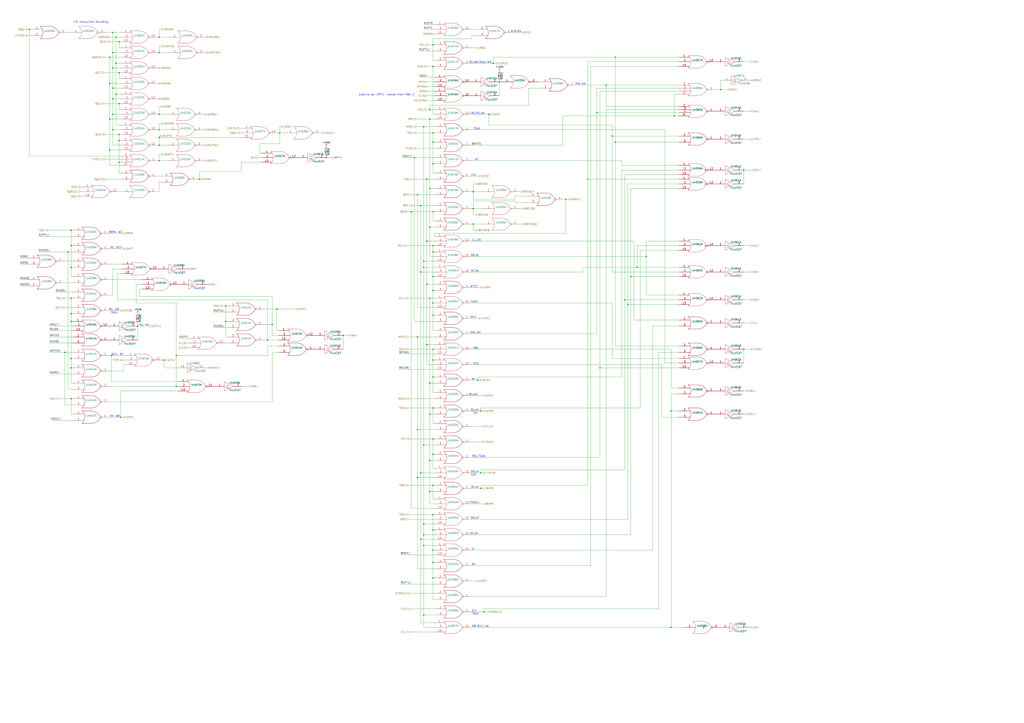
<source format=kicad_sch>
(kicad_sch (version 20211123) (generator eeschema)
  (paper "A1")
  (junction (at 355.6 295.91))
  (junction (at 90.17 123.19))
  (junction (at 355.6 474.98))
  (junction (at 223.52 266.7))
  (junction (at 490.22 92.71))
  (junction (at 55.88 207.01))
  (junction (at 92.71 72.39))
  (junction (at 355.6 422.91))
  (junction (at 97.79 34.29))
  (junction (at 227.33 254))
  (junction (at 281.94 275.59))
  (junction (at 90.17 68.58))
  (junction (at 90.17 46.99))
  (junction (at 95.25 77.47))
  (junction (at 53.34 289.56))
  (junction (at 185.42 251.46))
  (junction (at 97.79 133.35))
  (junction (at 355.6 238.76))
  (junction (at 502.92 111.76))
  (junction (at 347.98 104.14))
  (junction (at 347.98 439.42))
  (junction (at 591.82 73.66))
  (junction (at 342.9 160.02))
  (junction (at 95.25 30.48))
  (junction (at 530.86 210.82))
  (junction (at 350.52 233.68))
  (junction (at 353.06 154.94))
  (junction (at 355.6 287.02))
  (junction (at 267.97 129.54))
  (junction (at 355.6 207.01))
  (junction (at 58.42 257.81))
  (junction (at 353.06 97.79))
  (junction (at 353.06 378.46))
  (junction (at 144.78 317.5))
  (junction (at 355.6 248.92))
  (junction (at 355.6 134.62))
  (junction (at 163.83 147.32))
  (junction (at 185.42 264.16))
  (junction (at 505.46 116.84))
  (junction (at 97.79 110.49))
  (junction (at 518.16 227.33))
  (junction (at 394.97 337.82))
  (junction (at 497.84 69.85))
  (junction (at 355.6 201.93))
  (junction (at 58.42 219.71))
  (junction (at 394.97 388.62))
  (junction (at 355.6 435.61))
  (junction (at 401.32 93.98))
  (junction (at 355.6 54.61))
  (junction (at 58.42 189.23))
  (junction (at 355.6 227.33))
  (junction (at 505.46 46.99))
  (junction (at 342.9 353.06))
  (junction (at 347.98 365.76))
  (junction (at 355.6 373.38))
  (junction (at 353.06 340.36))
  (junction (at 355.6 360.68))
  (junction (at 345.44 388.62))
  (junction (at 355.6 462.28))
  (junction (at 353.06 245.11))
  (junction (at 551.18 515.62))
  (junction (at 130.81 119.38))
  (junction (at 58.42 264.16))
  (junction (at 515.62 250.19))
  (junction (at 392.43 312.42))
  (junction (at 405.13 52.07))
  (junction (at 394.97 401.32))
  (junction (at 523.24 219.71))
  (junction (at 350.52 147.32))
  (junction (at 347.98 219.71))
  (junction (at 353.06 186.69))
  (junction (at 513.08 246.38))
  (junction (at 342.9 276.86))
  (junction (at 464.82 163.83))
  (junction (at 130.81 113.03))
  (junction (at 350.52 198.12))
  (junction (at 90.17 97.79))
  (junction (at 610.87 139.7))
  (junction (at 97.79 85.09))
  (junction (at 58.42 327.66))
  (junction (at 347.98 214.63))
  (junction (at 130.81 93.98))
  (junction (at 337.82 173.99))
  (junction (at 410.21 67.31))
  (junction (at 92.71 55.88))
  (junction (at 340.36 129.54))
  (junction (at 113.03 267.97))
  (junction (at 350.52 283.21))
  (junction (at 388.62 171.45))
  (junction (at 388.62 184.15))
  (junction (at 58.42 294.64))
  (junction (at 353.06 314.96))
  (junction (at 551.18 337.82))
  (junction (at 345.44 443.23))
  (junction (at 134.62 295.91))
  (junction (at 355.6 398.78))
  (junction (at 91.44 292.1))
  (junction (at 342.9 392.43))
  (junction (at 130.81 30.48))
  (junction (at 388.62 157.48))
  (junction (at 97.79 115.57))
  (junction (at 355.6 173.99))
  (junction (at 492.76 302.26))
  (junction (at 355.6 259.08))
  (junction (at 355.6 335.28))
  (junction (at 219.71 279.4))
  (junction (at 353.06 90.17))
  (junction (at 355.6 36.83))
  (junction (at 92.71 43.18))
  (junction (at 553.72 95.25))
  (junction (at 92.71 81.28))
  (junction (at 144.78 292.1))
  (junction (at 353.06 403.86))
  (junction (at 92.71 106.68))
  (junction (at 355.6 452.12))
  (junction (at 130.81 106.68))
  (junction (at 24.13 24.13))
  (junction (at 92.71 93.98))
  (junction (at 347.98 505.46))
  (junction (at 58.42 302.26))
  (junction (at 347.98 448.31))
  (junction (at 130.81 43.18))
  (junction (at 345.44 168.91))
  (junction (at 355.6 309.88))
  (junction (at 99.06 342.9))
  (junction (at 92.71 26.67))
  (junction (at 347.98 430.53))
  (junction (at 355.6 109.22))
  (junction (at 229.87 109.22))
  (junction (at 355.6 116.84))
  (junction (at 130.81 132.08))
  (junction (at 397.51 502.92))
  (junction (at 58.42 201.93))
  (junction (at 97.79 59.69))
  (junction (at 345.44 223.52))
  (junction (at 482.6 147.32))
  (junction (at 95.25 52.07))
  (junction (at 610.87 287.02))
  (junction (at 58.42 245.11))
  (wire (pts (xy 355.6 142.24) (xy 356.87 142.24)))
  (wire (pts (xy 58.42 189.23) (xy 59.69 189.23)))
  (wire (pts (xy 353.06 314.96) (xy 353.06 340.36)))
  (wire (pts (xy 462.28 119.38) (xy 462.28 95.25)))
  (wire (pts (xy 485.14 54.61) (xy 557.53 54.61)))
  (wire (pts (xy 387.35 144.78) (xy 393.7 144.78)))
  (wire (pts (xy 198.12 133.35) (xy 214.63 133.35)))
  (wire (pts (xy 530.86 198.12) (xy 557.53 198.12)))
  (wire (pts (xy 394.97 388.62) (xy 394.97 386.08)))
  (wire (pts (xy 502.92 102.87) (xy 502.92 111.76)))
  (wire (pts (xy 515.62 151.13) (xy 557.53 151.13)))
  (wire (pts (xy 167.64 119.38) (xy 168.91 119.38)))
  (wire (pts (xy 355.6 373.38) (xy 356.87 373.38)))
  (wire (pts (xy 388.62 176.53) (xy 391.16 176.53)))
  (wire (pts (xy 355.6 474.98) (xy 355.6 492.76)))
  (wire (pts (xy 342.9 252.73) (xy 356.87 252.73)))
  (wire (pts (xy 130.81 113.03) (xy 198.12 113.03)))
  (wire (pts (xy 86.36 59.69) (xy 97.79 59.69)))
  (wire (pts (xy 350.52 233.68) (xy 356.87 233.68)))
  (wire (pts (xy 229.87 104.14) (xy 229.87 109.22)))
  (wire (pts (xy 229.87 118.11) (xy 213.36 118.11)))
  (wire (pts (xy 353.06 97.79) (xy 356.87 97.79)))
  (wire (pts (xy 92.71 106.68) (xy 92.71 119.38)))
  (wire (pts (xy 551.18 323.85) (xy 557.53 323.85)))
  (wire (pts (xy 129.54 106.68) (xy 130.81 106.68)))
  (wire (pts (xy 22.86 24.13) (xy 24.13 24.13)))
  (wire (pts (xy 355.6 295.91) (xy 356.87 295.91)))
  (wire (pts (xy 350.52 74.93) (xy 356.87 74.93)))
  (wire (pts (xy 350.52 82.55) (xy 356.87 82.55)))
  (wire (pts (xy 353.06 340.36) (xy 353.06 378.46)))
  (wire (pts (xy 101.6 295.91) (xy 102.87 295.91)))
  (wire (pts (xy 330.2 129.54) (xy 340.36 129.54)))
  (wire (pts (xy 353.06 186.69) (xy 356.87 186.69)))
  (wire (pts (xy 168.91 302.26) (xy 171.45 302.26)))
  (wire (pts (xy 355.6 116.84) (xy 355.6 134.62)))
  (wire (pts (xy 355.6 287.02) (xy 355.6 295.91)))
  (wire (pts (xy 92.71 72.39) (xy 92.71 81.28)))
  (wire (pts (xy 228.6 109.22) (xy 229.87 109.22)))
  (wire (pts (xy 388.62 157.48) (xy 396.24 157.48)))
  (wire (pts (xy 518.16 439.42) (xy 387.35 439.42)))
  (wire (pts (xy 518.16 227.33) (xy 518.16 439.42)))
  (wire (pts (xy 40.64 289.56) (xy 53.34 289.56)))
  (wire (pts (xy 92.71 55.88) (xy 92.71 72.39)))
  (wire (pts (xy 394.97 337.82) (xy 397.51 337.82)))
  (wire (pts (xy 219.71 292.1) (xy 219.71 284.48)))
  (wire (pts (xy 223.52 289.56) (xy 228.6 289.56)))
  (wire (pts (xy 490.22 274.32) (xy 387.35 274.32)))
  (wire (pts (xy 350.52 233.68) (xy 350.52 283.21)))
  (wire (pts (xy 355.6 474.98) (xy 356.87 474.98)))
  (wire (pts (xy 350.52 147.32) (xy 350.52 198.12)))
  (wire (pts (xy 551.18 515.62) (xy 561.34 515.62)))
  (wire (pts (xy 90.17 123.19) (xy 90.17 135.89)))
  (wire (pts (xy 335.28 245.11) (xy 353.06 245.11)))
  (wire (pts (xy 355.6 109.22) (xy 356.87 109.22)))
  (wire (pts (xy 130.81 113.03) (xy 130.81 119.38)))
  (wire (pts (xy 144.78 317.5) (xy 146.05 317.5)))
  (wire (pts (xy 340.36 129.54) (xy 356.87 129.54)))
  (wire (pts (xy 355.6 373.38) (xy 355.6 384.81)))
  (wire (pts (xy 355.6 398.78) (xy 356.87 398.78)))
  (wire (pts (xy 541.02 500.38) (xy 541.02 289.56)))
  (wire (pts (xy 58.42 302.26) (xy 59.69 302.26)))
  (wire (pts (xy 355.6 462.28) (xy 356.87 462.28)))
  (wire (pts (xy 24.13 128.27) (xy 99.06 128.27)))
  (wire (pts (xy 345.44 223.52) (xy 356.87 223.52)))
  (wire (pts (xy 350.52 147.32) (xy 356.87 147.32)))
  (wire (pts (xy 387.35 31.75) (xy 387.35 29.21)))
  (wire (pts (xy 355.6 410.21) (xy 356.87 410.21)))
  (wire (pts (xy 557.53 227.33) (xy 518.16 227.33)))
  (wire (pts (xy 355.6 36.83) (xy 356.87 36.83)))
  (wire (pts (xy 356.87 455.93) (xy 328.93 455.93)))
  (wire (pts (xy 387.35 515.62) (xy 551.18 515.62)))
  (wire (pts (xy 525.78 335.28) (xy 525.78 205.74)))
  (wire (pts (xy 553.72 77.47) (xy 553.72 95.25)))
  (wire (pts (xy 356.87 290.83) (xy 327.66 290.83)))
  (wire (pts (xy 356.87 63.5) (xy 344.17 63.5)))
  (wire (pts (xy 185.42 264.16) (xy 186.69 264.16)))
  (wire (pts (xy 223.52 275.59) (xy 228.6 275.59)))
  (wire (pts (xy 341.63 121.92) (xy 356.87 121.92)))
  (wire (pts (xy 133.35 295.91) (xy 134.62 295.91)))
  (wire (pts (xy 213.36 118.11) (xy 213.36 125.73)))
  (wire (pts (xy 355.6 398.78) (xy 355.6 410.21)))
  (wire (pts (xy 339.09 168.91) (xy 345.44 168.91)))
  (wire (pts (xy 92.71 242.57) (xy 92.71 220.98)))
  (wire (pts (xy 410.21 67.31) (xy 411.48 67.31)))
  (wire (pts (xy 355.6 207.01) (xy 355.6 227.33)))
  (wire (pts (xy 58.42 340.36) (xy 59.69 340.36)))
  (wire (pts (xy 355.6 201.93) (xy 355.6 207.01)))
  (wire (pts (xy 219.71 279.4) (xy 219.71 246.38)))
  (wire (pts (xy 347.98 430.53) (xy 347.98 439.42)))
  (wire (pts (xy 388.62 151.13) (xy 388.62 157.48)))
  (wire (pts (xy 356.87 303.53) (xy 327.66 303.53)))
  (wire (pts (xy 353.06 403.86) (xy 353.06 414.02)))
  (wire (pts (xy 91.44 292.1) (xy 102.87 292.1)))
  (wire (pts (xy 356.87 500.38) (xy 336.55 500.38)))
  (wire (pts (xy 345.44 511.81) (xy 356.87 511.81)))
  (wire (pts (xy 342.9 353.06) (xy 356.87 353.06)))
  (wire (pts (xy 387.35 132.08) (xy 510.54 132.08)))
  (wire (pts (xy 387.35 401.32) (xy 394.97 401.32)))
  (wire (pts (xy 92.71 93.98) (xy 99.06 93.98)))
  (wire (pts (xy 397.51 502.92) (xy 401.32 502.92)))
  (wire (pts (xy 59.69 345.44) (xy 41.91 345.44)))
  (wire (pts (xy 535.94 452.12) (xy 535.94 267.97)))
  (wire (pts (xy 610.87 139.7) (xy 610.87 151.13)))
  (wire (pts (xy 610.87 287.02) (xy 617.22 287.02)))
  (wire (pts (xy 134.62 302.26) (xy 146.05 302.26)))
  (wire (pts (xy 355.6 93.98) (xy 356.87 93.98)))
  (wire (pts (xy 462.28 95.25) (xy 553.72 95.25)))
  (wire (pts (xy 356.87 480.06) (xy 328.93 480.06)))
  (wire (pts (xy 353.06 86.36) (xy 434.34 86.36)))
  (wire (pts (xy 388.62 184.15) (xy 396.24 184.15)))
  (wire (pts (xy 610.87 246.38) (xy 617.22 246.38)))
  (wire (pts (xy 355.6 259.08) (xy 356.87 259.08)))
  (wire (pts (xy 154.94 278.13) (xy 147.32 278.13)))
  (wire (pts (xy 59.69 320.04) (xy 55.88 320.04)))
  (wire (pts (xy 217.17 266.7) (xy 223.52 266.7)))
  (wire (pts (xy 97.79 110.49) (xy 97.79 115.57)))
  (wire (pts (xy 342.9 160.02) (xy 342.9 252.73)))
  (wire (pts (xy 170.18 43.18) (xy 168.91 43.18)))
  (wire (pts (xy 355.6 452.12) (xy 355.6 462.28)))
  (wire (pts (xy 492.76 74.93) (xy 557.53 74.93)))
  (wire (pts (xy 610.87 265.43) (xy 617.22 265.43)))
  (wire (pts (xy 97.79 142.24) (xy 99.06 142.24)))
  (wire (pts (xy 350.52 198.12) (xy 356.87 198.12)))
  (wire (pts (xy 355.6 309.88) (xy 356.87 309.88)))
  (wire (pts (xy 505.46 46.99) (xy 505.46 116.84)))
  (wire (pts (xy 53.34 245.11) (xy 58.42 245.11)))
  (wire (pts (xy 497.84 69.85) (xy 557.53 69.85)))
  (wire (pts (xy 40.64 271.78) (xy 59.69 271.78)))
  (wire (pts (xy 557.53 147.32) (xy 482.6 147.32)))
  (wire (pts (xy 350.52 198.12) (xy 350.52 233.68)))
  (wire (pts (xy 593.09 66.04) (xy 591.82 66.04)))
  (wire (pts (xy 443.23 67.31) (xy 441.96 67.31)))
  (wire (pts (xy 387.35 184.15) (xy 388.62 184.15)))
  (wire (pts (xy 388.62 165.1) (xy 388.62 171.45)))
  (wire (pts (xy 353.06 340.36) (xy 356.87 340.36)))
  (wire (pts (xy 392.43 312.42) (xy 392.43 309.88)))
  (wire (pts (xy 130.81 87.63) (xy 130.81 93.98)))
  (wire (pts (xy 111.76 248.92) (xy 111.76 233.68)))
  (wire (pts (xy 345.44 443.23) (xy 345.44 511.81)))
  (wire (pts (xy 345.44 223.52) (xy 345.44 388.62)))
  (wire (pts (xy 335.28 398.78) (xy 355.6 398.78)))
  (wire (pts (xy 335.28 422.91) (xy 355.6 422.91)))
  (wire (pts (xy 267.97 128.27) (xy 267.97 129.54)))
  (wire (pts (xy 95.25 77.47) (xy 99.06 77.47)))
  (wire (pts (xy 53.34 332.74) (xy 59.69 332.74)))
  (wire (pts (xy 92.71 26.67) (xy 92.71 43.18)))
  (wire (pts (xy 610.87 139.7) (xy 618.49 139.7)))
  (wire (pts (xy 59.69 240.03) (xy 45.72 240.03)))
  (wire (pts (xy 387.35 210.82) (xy 530.86 210.82)))
  (wire (pts (xy 387.35 157.48) (xy 388.62 157.48)))
  (wire (pts (xy 355.6 134.62) (xy 356.87 134.62)))
  (wire (pts (xy 90.17 68.58) (xy 99.06 68.58)))
  (wire (pts (xy 95.25 52.07) (xy 99.06 52.07)))
  (wire (pts (xy 336.55 327.66) (xy 356.87 327.66)))
  (wire (pts (xy 355.6 248.92) (xy 355.6 259.08)))
  (wire (pts (xy 133.35 101.6) (xy 130.81 101.6)))
  (wire (pts (xy 387.35 337.82) (xy 394.97 337.82)))
  (wire (pts (xy 355.6 248.92) (xy 356.87 248.92)))
  (wire (pts (xy 523.24 219.71) (xy 557.53 219.71)))
  (wire (pts (xy 463.55 163.83) (xy 464.82 163.83)))
  (wire (pts (xy 502.92 294.64) (xy 557.53 294.64)))
  (wire (pts (xy 353.06 314.96) (xy 356.87 314.96)))
  (wire (pts (xy 90.17 34.29) (xy 97.79 34.29)))
  (wire (pts (xy 347.98 430.53) (xy 356.87 430.53)))
  (wire (pts (xy 353.06 403.86) (xy 356.87 403.86)))
  (wire (pts (xy 345.44 168.91) (xy 356.87 168.91)))
  (wire (pts (xy 610.87 201.93) (xy 617.22 201.93)))
  (wire (pts (xy 129.54 30.48) (xy 130.81 30.48)))
  (wire (pts (xy 90.17 123.19) (xy 99.06 123.19)))
  (wire (pts (xy 353.06 90.17) (xy 353.06 86.36)))
  (wire (pts (xy 502.92 111.76) (xy 502.92 223.52)))
  (wire (pts (xy 130.81 24.13) (xy 133.35 24.13)))
  (wire (pts (xy 356.87 20.32) (xy 347.98 20.32)))
  (wire (pts (xy 397.51 500.38) (xy 541.02 500.38)))
  (wire (pts (xy 99.06 255.27) (xy 90.17 255.27)))
  (wire (pts (xy 58.42 201.93) (xy 58.42 219.71)))
  (wire (pts (xy 92.71 72.39) (xy 99.06 72.39)))
  (wire (pts (xy 557.53 246.38) (xy 513.08 246.38)))
  (wire (pts (xy 387.35 171.45) (xy 388.62 171.45)))
  (wire (pts (xy 356.87 27.94) (xy 355.6 27.94)))
  (wire (pts (xy 53.34 252.73) (xy 59.69 252.73)))
  (wire (pts (xy 86.36 85.09) (xy 97.79 85.09)))
  (wire (pts (xy 129.54 119.38) (xy 130.81 119.38)))
  (wire (pts (xy 434.34 72.39) (xy 443.23 72.39)))
  (wire (pts (xy 185.42 251.46) (xy 185.42 264.16)))
  (wire (pts (xy 394.97 337.82) (xy 394.97 335.28)))
  (wire (pts (xy 394.97 401.32) (xy 397.51 401.32)))
  (wire (pts (xy 410.21 66.04) (xy 410.21 67.31)))
  (wire (pts (xy 394.97 401.32) (xy 394.97 398.78)))
  (wire (pts (xy 59.69 307.34) (xy 40.64 307.34)))
  (wire (pts (xy 388.62 165.1) (xy 422.91 165.1)))
  (wire (pts (xy 387.35 223.52) (xy 478.79 223.52)))
  (wire (pts (xy 355.6 422.91) (xy 356.87 422.91)))
  (wire (pts (xy 336.55 360.68) (xy 355.6 360.68)))
  (wire (pts (xy 22.86 29.21) (xy 25.4 29.21)))
  (wire (pts (xy 87.63 26.67) (xy 92.71 26.67)))
  (wire (pts (xy 24.13 24.13) (xy 24.13 128.27)))
  (wire (pts (xy 350.52 67.31) (xy 356.87 67.31)))
  (wire (pts (xy 59.69 276.86) (xy 40.64 276.86)))
  (wire (pts (xy 58.42 245.11) (xy 58.42 257.81)))
  (wire (pts (xy 510.54 309.88) (xy 510.54 139.7)))
  (wire (pts (xy 421.64 26.67) (xy 429.26 26.67)))
  (wire (pts (xy 355.6 227.33) (xy 356.87 227.33)))
  (wire (pts (xy 502.92 248.92) (xy 502.92 294.64)))
  (wire (pts (xy 520.7 198.12) (xy 520.7 262.89)))
  (wire (pts (xy 90.17 191.77) (xy 101.6 191.77)))
  (wire (pts (xy 520.7 262.89) (xy 557.53 262.89)))
  (wire (pts (xy 97.79 115.57) (xy 99.06 115.57)))
  (wire (pts (xy 557.53 92.71) (xy 490.22 92.71)))
  (wire (pts (xy 356.87 24.13) (xy 347.98 24.13)))
  (wire (pts (xy 353.06 414.02) (xy 356.87 414.02)))
  (wire (pts (xy 130.81 132.08) (xy 137.16 132.08)))
  (wire (pts (xy 497.84 87.63) (xy 497.84 69.85)))
  (wire (pts (xy 90.17 135.89) (xy 99.06 135.89)))
  (wire (pts (xy 515.62 250.19) (xy 515.62 426.72)))
  (wire (pts (xy 97.79 59.69) (xy 99.06 59.69)))
  (wire (pts (xy 387.35 299.72) (xy 543.56 299.72)))
  (wire (pts (xy 387.35 325.12) (xy 397.51 325.12)))
  (wire (pts (xy 394.97 335.28) (xy 525.78 335.28)))
  (wire (pts (xy 99.06 342.9) (xy 101.6 342.9)))
  (wire (pts (xy 66.04 161.29) (xy 67.31 161.29)))
  (wire (pts (xy 163.83 147.32) (xy 163.83 140.97)))
  (wire (pts (xy 356.87 116.84) (xy 355.6 116.84)))
  (wire (pts (xy 557.53 77.47) (xy 553.72 77.47)))
  (wire (pts (xy 615.95 66.04) (xy 617.22 66.04)))
  (wire (pts (xy 92.71 81.28) (xy 99.06 81.28)))
  (wire (pts (xy 490.22 92.71) (xy 490.22 274.32)))
  (wire (pts (xy 347.98 505.46) (xy 347.98 515.62)))
  (wire (pts (xy 543.56 299.72) (xy 543.56 342.9)))
  (wire (pts (xy 134.62 295.91) (xy 134.62 302.26)))
  (wire (pts (xy 185.42 264.16) (xy 185.42 276.86)))
  (wire (pts (xy 388.62 189.23) (xy 391.16 189.23)))
  (wire (pts (xy 347.98 219.71) (xy 356.87 219.71)))
  (wire (pts (xy 130.81 111.76) (xy 132.08 111.76)))
  (wire (pts (xy 347.98 448.31) (xy 347.98 505.46)))
  (wire (pts (xy 55.88 207.01) (xy 59.69 207.01)))
  (wire (pts (xy 347.98 214.63) (xy 356.87 214.63)))
  (wire (pts (xy 163.83 147.32) (xy 165.1 147.32)))
  (wire (pts (xy 355.6 295.91) (xy 355.6 309.88)))
  (wire (pts (xy 58.42 294.64) (xy 59.69 294.64)))
  (wire (pts (xy 610.87 340.36) (xy 613.41 340.36)))
  (wire (pts (xy 546.1 298.45) (xy 557.53 298.45)))
  (wire (pts (xy 339.09 147.32) (xy 350.52 147.32)))
  (wire (pts (xy 130.81 101.6) (xy 130.81 106.68)))
  (wire (pts (xy 347.98 365.76) (xy 356.87 365.76)))
  (wire (pts (xy 223.52 266.7) (xy 223.52 275.59)))
  (wire (pts (xy 510.54 135.89) (xy 557.53 135.89)))
  (wire (pts (xy 337.82 173.99) (xy 355.6 173.99)))
  (wire (pts (xy 502.92 223.52) (xy 557.53 223.52)))
  (wire (pts (xy 130.81 127) (xy 130.81 132.08)))
  (wire (pts (xy 355.6 207.01) (xy 356.87 207.01)))
  (wire (pts (xy 92.71 43.18) (xy 99.06 43.18)))
  (wire (pts (xy 59.69 267.97) (xy 40.64 267.97)))
  (wire (pts (xy 97.79 39.37) (xy 99.06 39.37)))
  (wire (pts (xy 510.54 132.08) (xy 510.54 135.89)))
  (wire (pts (xy 543.56 342.9) (xy 557.53 342.9)))
  (wire (pts (xy 336.55 519.43) (xy 356.87 519.43)))
  (wire (pts (xy 129.54 132.08) (xy 130.81 132.08)))
  (wire (pts (xy 340.36 129.54) (xy 340.36 264.16)))
  (wire (pts (xy 355.6 347.98) (xy 356.87 347.98)))
  (wire (pts (xy 55.88 320.04) (xy 55.88 207.01)))
  (wire (pts (xy 101.6 299.72) (xy 102.87 299.72)))
  (wire (pts (xy 223.52 330.2) (xy 223.52 289.56)))
  (wire (pts (xy 410.21 67.31) (xy 410.21 78.74)))
  (wire (pts (xy 610.87 114.3) (xy 617.22 114.3)))
  (wire (pts (xy 392.43 312.42) (xy 394.97 312.42)))
  (wire (pts (xy 58.42 257.81) (xy 59.69 257.81)))
  (wire (pts (xy 90.17 204.47) (xy 101.6 204.47)))
  (wire (pts (xy 182.88 251.46) (xy 185.42 251.46)))
  (wire (pts (xy 90.17 342.9) (xy 99.06 342.9)))
  (wire (pts (xy 388.62 151.13) (xy 391.16 151.13)))
  (wire (pts (xy 355.6 134.62) (xy 355.6 142.24)))
  (wire (pts (xy 144.78 292.1) (xy 144.78 317.5)))
  (wire (pts (xy 217.17 279.4) (xy 219.71 279.4)))
  (wire (pts (xy 353.06 154.94) (xy 356.87 154.94)))
  (wire (pts (xy 347.98 439.42) (xy 347.98 448.31)))
  (wire (pts (xy 510.54 139.7) (xy 557.53 139.7)))
  (wire (pts (xy 53.34 289.56) (xy 53.34 332.74)))
  (wire (pts (xy 92.71 106.68) (xy 99.06 106.68)))
  (wire (pts (xy 387.35 248.92) (xy 502.92 248.92)))
  (wire (pts (xy 591.82 73.66) (xy 598.17 73.66)))
  (wire (pts (xy 355.6 435.61) (xy 356.87 435.61)))
  (wire (pts (xy 523.24 201.93) (xy 557.53 201.93)))
  (wire (pts (xy 170.18 30.48) (xy 168.91 30.48)))
  (wire (pts (xy 342.9 160.02) (xy 356.87 160.02)))
  (wire (pts (xy 355.6 452.12) (xy 356.87 452.12)))
  (wire (pts (xy 502.92 111.76) (xy 557.53 111.76)))
  (wire (pts (xy 92.71 43.18) (xy 92.71 55.88)))
  (wire (pts (xy 153.67 220.98) (xy 154.94 220.98)))
  (wire (pts (xy 22.86 217.17) (xy 16.51 217.17)))
  (wire (pts (xy 387.35 236.22) (xy 394.97 236.22)))
  (wire (pts (xy 130.81 111.76) (xy 130.81 113.03)))
  (wire (pts (xy 345.44 388.62) (xy 345.44 443.23)))
  (wire (pts (xy 347.98 214.63) (xy 347.98 219.71)))
  (wire (pts (xy 387.35 261.62) (xy 393.7 261.62)))
  (wire (pts (xy 355.6 309.88) (xy 355.6 322.58)))
  (wire (pts (xy 185.42 251.46) (xy 186.69 251.46)))
  (wire (pts (xy 97.79 157.48) (xy 99.06 157.48)))
  (wire (pts (xy 144.78 248.92) (xy 111.76 248.92)))
  (wire (pts (xy 505.46 46.99) (xy 557.53 46.99)))
  (wire (pts (xy 344.17 41.91) (xy 356.87 41.91)))
  (wire (pts (xy 90.17 30.48) (xy 95.25 30.48)))
  (wire (pts (xy 355.6 181.61) (xy 356.87 181.61)))
  (wire (pts (xy 97.79 64.77) (xy 99.06 64.77)))
  (wire (pts (xy 340.36 264.16) (xy 356.87 264.16)))
  (wire (pts (xy 347.98 104.14) (xy 356.87 104.14)))
  (wire (pts (xy 387.35 363.22) (xy 396.24 363.22)))
  (wire (pts (xy 557.53 154.94) (xy 518.16 154.94)))
  (wire (pts (xy 342.9 392.43) (xy 342.9 467.36)))
  (wire (pts (xy 350.52 78.74) (xy 356.87 78.74)))
  (wire (pts (xy 199.39 317.5) (xy 205.74 317.5)))
  (wire (pts (xy 355.6 384.81) (xy 356.87 384.81)))
  (wire (pts (xy 335.28 287.02) (xy 355.6 287.02)))
  (wire (pts (xy 356.87 426.72) (xy 335.28 426.72)))
  (wire (pts (xy 392.43 309.88) (xy 510.54 309.88)))
  (wire (pts (xy 130.81 24.13) (xy 130.81 30.48)))
  (wire (pts (xy 610.87 50.8) (xy 617.22 50.8)))
  (wire (pts (xy 342.9 276.86) (xy 342.9 353.06)))
  (wire (pts (xy 347.98 365.76) (xy 347.98 430.53)))
  (wire (pts (xy 66.04 153.67) (xy 67.31 153.67)))
  (wire (pts (xy 24.13 24.13) (xy 25.4 24.13)))
  (wire (pts (xy 355.6 335.28) (xy 356.87 335.28)))
  (wire (pts (xy 227.33 271.78) (xy 228.6 271.78)))
  (wire (pts (xy 337.82 173.99) (xy 337.82 417.83)))
  (wire (pts (xy 355.6 360.68) (xy 356.87 360.68)))
  (wire (pts (xy 591.82 66.04) (xy 591.82 73.66)))
  (wire (pts (xy 130.81 149.86) (xy 132.08 149.86)))
  (wire (pts (xy 213.36 125.73) (xy 214.63 125.73)))
  (wire (pts (xy 130.81 106.68) (xy 137.16 106.68)))
  (wire (pts (xy 111.76 233.68) (xy 116.84 233.68)))
  (wire (pts (xy 513.08 246.38) (xy 513.08 386.08)))
  (wire (pts (xy 223.52 243.84) (xy 114.3 243.84)))
  (wire (pts (xy 387.35 312.42) (xy 392.43 312.42)))
  (wire (pts (xy 513.08 143.51) (xy 513.08 246.38)))
  (wire (pts (xy 90.17 97.79) (xy 99.06 97.79)))
  (wire (pts (xy 530.86 198.12) (xy 530.86 210.82)))
  (wire (pts (xy 92.71 93.98) (xy 92.71 106.68)))
  (wire (pts (xy 130.81 81.28) (xy 129.54 81.28)))
  (wire (pts (xy 401.32 93.98) (xy 402.59 93.98)))
  (wire (pts (xy 168.91 93.98) (xy 167.64 93.98)))
  (wire (pts (xy 353.06 90.17) (xy 356.87 90.17)))
  (wire (pts (xy 129.54 144.78) (xy 132.08 144.78)))
  (wire (pts (xy 387.35 119.38) (xy 462.28 119.38)))
  (wire (pts (xy 22.86 229.87) (xy 16.51 229.87)))
  (wire (pts (xy 505.46 116.84) (xy 557.53 116.84)))
  (wire (pts (xy 97.79 115.57) (xy 97.79 133.35)))
  (wire (pts (xy 113.03 265.43) (xy 113.03 267.97)))
  (wire (pts (xy 144.78 248.92) (xy 144.78 292.1)))
  (wire (pts (xy 58.42 327.66) (xy 58.42 340.36)))
  (wire (pts (xy 95.25 77.47) (xy 95.25 102.87)))
  (wire (pts (xy 551.18 323.85) (xy 551.18 337.82)))
  (wire (pts (xy 388.62 163.83) (xy 422.91 163.83)))
  (wire (pts (xy 387.35 52.07) (xy 405.13 52.07)))
  (wire (pts (xy 429.26 184.15) (xy 426.72 184.15)))
  (wire (pts (xy 434.34 86.36) (xy 434.34 72.39)))
  (wire (pts (xy 482.6 398.78) (xy 394.97 398.78)))
  (wire (pts (xy 113.03 267.97) (xy 113.03 279.4)))
  (wire (pts (xy 97.79 90.17) (xy 99.06 90.17)))
  (wire (pts (xy 223.52 243.84) (xy 223.52 266.7)))
  (wire (pts (xy 58.42 264.16) (xy 59.69 264.16)))
  (wire (pts (xy 387.35 452.12) (xy 535.94 452.12)))
  (wire (pts (xy 557.53 302.26) (xy 492.76 302.26)))
  (wire (pts (xy 355.6 227.33) (xy 355.6 238.76)))
  (wire (pts (xy 405.13 52.07) (xy 405.13 46.99)))
  (wire (pts (xy 59.69 281.94) (xy 40.64 281.94)))
  (wire (pts (xy 129.54 157.48) (xy 130.81 157.48)))
  (wire (pts (xy 229.87 109.22) (xy 233.68 109.22)))
  (wire (pts (xy 153.67 281.94) (xy 154.94 281.94)))
  (wire (pts (xy 339.09 160.02) (xy 342.9 160.02)))
  (wire (pts (xy 90.17 46.99) (xy 90.17 68.58)))
  (wire (pts (xy 130.81 38.1) (xy 133.35 38.1)))
  (wire (pts (xy 355.6 31.75) (xy 387.35 31.75)))
  (wire (pts (xy 422.91 163.83) (xy 422.91 161.29)))
  (wire (pts (xy 334.01 201.93) (xy 355.6 201.93)))
  (wire (pts (xy 185.42 276.86) (xy 186.69 276.86)))
  (wire (pts (xy 341.63 97.79) (xy 353.06 97.79)))
  (wire (pts (xy 335.28 335.28) (xy 355.6 335.28)))
  (wire (pts (xy 492.76 74.93) (xy 492.76 302.26)))
  (wire (pts (xy 355.6 201.93) (xy 356.87 201.93)))
  (wire (pts (xy 114.3 237.49) (xy 116.84 237.49)))
  (wire (pts (xy 113.03 267.97) (xy 123.19 267.97)))
  (wire (pts (xy 58.42 314.96) (xy 59.69 314.96)))
  (wire (pts (xy 353.06 186.69) (xy 353.06 210.82)))
  (wire (pts (xy 97.79 34.29) (xy 99.06 34.29)))
  (wire (pts (xy 90.17 97.79) (xy 90.17 123.19)))
  (wire (pts (xy 227.33 254) (xy 243.84 254)))
  (wire (pts (xy 422.91 161.29) (xy 433.07 161.29)))
  (wire (pts (xy 350.52 299.72) (xy 356.87 299.72)))
  (wire (pts (xy 387.35 414.02) (xy 397.51 414.02)))
  (wire (pts (xy 387.35 350.52) (xy 397.51 350.52)))
  (wire (pts (xy 513.08 386.08) (xy 394.97 386.08)))
  (wire (pts (xy 58.42 264.16) (xy 58.42 294.64)))
  (wire (pts (xy 388.62 171.45) (xy 388.62 176.53)))
  (wire (pts (xy 58.42 294.64) (xy 58.42 302.26)))
  (wire (pts (xy 355.6 335.28) (xy 355.6 347.98)))
  (wire (pts (xy 387.35 464.82) (xy 485.14 464.82)))
  (wire (pts (xy 426.72 157.48) (xy 427.99 157.48)))
  (wire (pts (xy 610.87 321.31) (xy 613.41 321.31)))
  (wire (pts (xy 541.02 289.56) (xy 557.53 289.56)))
  (wire (pts (xy 335.28 276.86) (xy 342.9 276.86)))
  (wire (pts (xy 130.81 127) (xy 133.35 127)))
  (wire (pts (xy 130.81 93.98) (xy 137.16 93.98)))
  (wire (pts (xy 557.53 87.63) (xy 497.84 87.63)))
  (wire (pts (xy 464.82 163.83) (xy 464.82 191.77)))
  (wire (pts (xy 355.6 54.61) (xy 355.6 93.98)))
  (wire (pts (xy 114.3 243.84) (xy 114.3 237.49)))
  (wire (pts (xy 518.16 154.94) (xy 518.16 227.33)))
  (wire (pts (xy 355.6 422.91) (xy 355.6 435.61)))
  (wire (pts (xy 341.63 104.14) (xy 347.98 104.14)))
  (wire (pts (xy 355.6 492.76) (xy 356.87 492.76)))
  (wire (pts (xy 497.84 490.22) (xy 497.84 90.17)))
  (wire (pts (xy 353.06 378.46) (xy 353.06 403.86)))
  (wire (pts (xy 86.36 130.81) (xy 99.06 130.81)))
  (wire (pts (xy 353.06 154.94) (xy 353.06 186.69)))
  (wire (pts (xy 219.71 279.4) (xy 228.6 279.4)))
  (wire (pts (xy 557.53 250.19) (xy 515.62 250.19)))
  (wire (pts (xy 464.82 163.83) (xy 467.36 163.83)))
  (wire (pts (xy 397.51 502.92) (xy 397.51 500.38)))
  (wire (pts (xy 129.54 93.98) (xy 130.81 93.98)))
  (wire (pts (xy 355.6 360.68) (xy 355.6 373.38)))
  (wire (pts (xy 175.26 256.54) (xy 186.69 256.54)))
  (wire (pts (xy 505.46 284.48) (xy 557.53 284.48)))
  (wire (pts (xy 388.62 157.48) (xy 388.62 163.83)))
  (wire (pts (xy 31.75 207.01) (xy 55.88 207.01)))
  (wire (pts (xy 482.6 50.8) (xy 557.53 50.8)))
  (wire (pts (xy 513.08 143.51) (xy 557.53 143.51)))
  (wire (pts (xy 90.17 229.87) (xy 116.84 229.87)))
  (wire (pts (xy 130.81 119.38) (xy 137.16 119.38)))
  (wire (pts (xy 97.79 133.35) (xy 97.79 142.24)))
  (wire (pts (xy 342.9 392.43) (xy 356.87 392.43)))
  (wire (pts (xy 58.42 257.81) (xy 58.42 264.16)))
  (wire (pts (xy 153.67 285.75) (xy 154.94 285.75)))
  (wire (pts (xy 95.25 102.87) (xy 99.06 102.87)))
  (wire (pts (xy 347.98 448.31) (xy 356.87 448.31)))
  (wire (pts (xy 58.42 302.26) (xy 58.42 314.96)))
  (wire (pts (xy 388.62 184.15) (xy 388.62 189.23)))
  (wire (pts (xy 219.71 284.48) (xy 228.6 284.48)))
  (wire (pts (xy 387.35 502.92) (xy 397.51 502.92)))
  (wire (pts (xy 163.83 140.97) (xy 198.12 140.97)))
  (wire (pts (xy 58.42 219.71) (xy 58.42 227.33)))
  (wire (pts (xy 355.6 36.83) (xy 355.6 49.53)))
  (wire (pts (xy 59.69 201.93) (xy 58.42 201.93)))
  (wire (pts (xy 86.36 110.49) (xy 97.79 110.49)))
  (wire (pts (xy 97.79 133.35) (xy 99.06 133.35)))
  (wire (pts (xy 130.81 157.48) (xy 130.81 149.86)))
  (wire (pts (xy 129.54 43.18) (xy 130.81 43.18)))
  (wire (pts (xy 99.06 321.31) (xy 146.05 321.31)))
  (wire (pts (xy 387.35 24.13) (xy 391.16 24.13)))
  (wire (pts (xy 345.44 388.62) (xy 356.87 388.62)))
  (wire (pts (xy 267.97 129.54) (xy 273.05 129.54)))
  (wire (pts (xy 95.25 52.07) (xy 95.25 77.47)))
  (wire (pts (xy 265.43 109.22) (xy 264.16 109.22)))
  (wire (pts (xy 387.35 39.37) (xy 392.43 39.37)))
  (wire (pts (xy 525.78 205.74) (xy 557.53 205.74)))
  (wire (pts (xy 22.86 212.09) (xy 16.51 212.09)))
  (wire (pts (xy 97.79 85.09) (xy 97.79 90.17)))
  (wire (pts (xy 97.79 59.69) (xy 97.79 64.77)))
  (wire (pts (xy 130.81 38.1) (xy 130.81 43.18)))
  (wire (pts (xy 342.9 467.36) (xy 356.87 467.36)))
  (wire (pts (xy 387.35 93.98) (xy 401.32 93.98)))
  (wire (pts (xy 355.6 238.76) (xy 356.87 238.76)))
  (wire (pts (xy 342.9 276.86) (xy 356.87 276.86)))
  (wire (pts (xy 405.13 46.99) (xy 505.46 46.99)))
  (wire (pts (xy 355.6 259.08) (xy 355.6 271.78)))
  (wire (pts (xy 388.62 171.45) (xy 396.24 171.45)))
  (wire (pts (xy 610.87 91.44) (xy 617.22 91.44)))
  (wire (pts (xy 212.09 129.54) (xy 214.63 129.54)))
  (wire (pts (xy 553.72 95.25) (xy 557.53 95.25)))
  (wire (pts (xy 426.72 171.45) (xy 429.26 171.45)))
  (wire (pts (xy 356.87 487.68) (xy 336.55 487.68)))
  (wire (pts (xy 90.17 292.1) (xy 91.44 292.1)))
  (wire (pts (xy 394.97 388.62) (xy 397.51 388.62)))
  (wire (pts (xy 551.18 318.77) (xy 557.53 318.77)))
  (wire (pts (xy 342.9 353.06) (xy 342.9 392.43)))
  (wire (pts (xy 53.34 214.63) (xy 59.69 214.63)))
  (wire (pts (xy 97.79 34.29) (xy 97.79 39.37)))
  (wire (pts (xy 355.6 462.28) (xy 355.6 474.98)))
  (wire (pts (xy 353.06 245.11) (xy 356.87 245.11)))
  (wire (pts (xy 492.76 302.26) (xy 492.76 375.92)))
  (wire (pts (xy 464.82 191.77) (xy 356.87 191.77)))
  (wire (pts (xy 217.17 254) (xy 227.33 254)))
  (wire (pts (xy 422.91 166.37) (xy 433.07 166.37)))
  (wire (pts (xy 355.6 173.99) (xy 356.87 173.99)))
  (wire (pts (xy 227.33 254) (xy 227.33 271.78)))
  (wire (pts (xy 57.15 26.67) (xy 55.88 26.67)))
  (wire (pts (xy 341.63 109.22) (xy 355.6 109.22)))
  (wire (pts (xy 196.85 109.22) (xy 198.12 109.22)))
  (wire (pts (xy 355.6 435.61) (xy 355.6 452.12)))
  (wire (pts (xy 39.37 189.23) (xy 58.42 189.23)))
  (wire (pts (xy 422.91 165.1) (xy 422.91 166.37)))
  (wire (pts (xy 478.79 219.71) (xy 523.24 219.71)))
  (wire (pts (xy 490.22 72.39) (xy 490.22 92.71)))
  (wire (pts (xy 67.31 157.48) (xy 66.04 157.48)))
  (wire (pts (xy 130.81 43.18) (xy 138.43 43.18)))
  (wire (pts (xy 219.71 246.38) (xy 96.52 246.38)))
  (wire (pts (xy 92.71 55.88) (xy 99.06 55.88)))
  (wire (pts (xy 90.17 330.2) (xy 223.52 330.2)))
  (wire (pts (xy 92.71 81.28) (xy 92.71 93.98)))
  (wire (pts (xy 355.6 322.58) (xy 356.87 322.58)))
  (wire (pts (xy 229.87 104.14) (xy 231.14 104.14)))
  (wire (pts (xy 97.79 110.49) (xy 99.06 110.49)))
  (wire (pts (xy 132.08 87.63) (xy 130.81 87.63)))
  (wire (pts (xy 557.53 337.82) (xy 551.18 337.82)))
  (wire (pts (xy 162.56 147.32) (xy 163.83 147.32)))
  (wire (pts (xy 229.87 109.22) (xy 229.87 118.11)))
  (wire (pts (xy 387.35 287.02) (xy 551.18 287.02)))
  (wire (pts (xy 31.75 194.31) (xy 59.69 194.31)))
  (wire (pts (xy 130.81 30.48) (xy 138.43 30.48)))
  (wire (pts (xy 196.85 105.41) (xy 198.12 105.41)))
  (wire (pts (xy 355.6 49.53) (xy 356.87 49.53)))
  (wire (pts (xy 186.69 269.24) (xy 175.26 269.24)))
  (wire (pts (xy 53.34 289.56) (xy 59.69 289.56)))
  (wire (pts (xy 86.36 147.32) (xy 99.06 147.32)))
  (wire (pts (xy 355.6 173.99) (xy 355.6 181.61)))
  (wire (pts (xy 588.01 73.66) (xy 591.82 73.66)))
  (wire (pts (xy 523.24 201.93) (xy 523.24 219.71)))
  (wire (pts (xy 281.94 287.02) (xy 281.94 275.59)))
  (wire (pts (xy 387.35 106.68) (xy 546.1 106.68)))
  (wire (pts (xy 353.06 245.11) (xy 353.06 314.96)))
  (wire (pts (xy 347.98 439.42) (xy 356.87 439.42)))
  (wire (pts (xy 530.86 242.57) (xy 557.53 242.57)))
  (wire (pts (xy 387.35 198.12) (xy 520.7 198.12)))
  (wire (pts (xy 92.71 119.38) (xy 99.06 119.38)))
  (wire (pts (xy 90.17 46.99) (xy 99.06 46.99)))
  (wire (pts (xy 58.42 327.66) (xy 59.69 327.66)))
  (wire (pts (xy 497.84 90.17) (xy 557.53 90.17)))
  (wire (pts (xy 91.44 313.69) (xy 146.05 313.69)))
  (wire (pts (xy 92.71 220.98) (xy 100.33 220.98)))
  (wire (pts (xy 345.44 168.91) (xy 345.44 223.52)))
  (wire (pts (xy 347.98 219.71) (xy 347.98 365.76)))
  (wire (pts (xy 90.17 242.57) (xy 92.71 242.57)))
  (wire (pts (xy 351.79 36.83) (xy 355.6 36.83)))
  (wire (pts (xy 350.52 283.21) (xy 356.87 283.21)))
  (wire (pts (xy 91.44 292.1) (xy 91.44 313.69)))
  (wire (pts (xy 337.82 417.83) (xy 356.87 417.83)))
  (wire (pts (xy 355.6 271.78) (xy 356.87 271.78)))
  (wire (pts (xy 86.36 46.99) (xy 90.17 46.99)))
  (wire (pts (xy 355.6 31.75) (xy 355.6 36.83)))
  (wire (pts (xy 90.17 217.17) (xy 100.33 217.17)))
  (wire (pts (xy 48.26 327.66) (xy 58.42 327.66)))
  (wire (pts (xy 345.44 443.23) (xy 356.87 443.23)))
  (wire (pts (xy 198.12 140.97) (xy 198.12 133.35)))
  (wire (pts (xy 387.35 29.21) (xy 391.16 29.21)))
  (wire (pts (xy 387.35 490.22) (xy 497.84 490.22)))
  (wire (pts (xy 505.46 116.84) (xy 505.46 284.48)))
  (wire (pts (xy 134.62 295.91) (xy 135.89 295.91)))
  (wire (pts (xy 101.6 304.8) (xy 101.6 299.72)))
  (wire (pts (xy 99.06 342.9) (xy 99.06 321.31)))
  (wire (pts (xy 347.98 505.46) (xy 356.87 505.46)))
  (wire (pts (xy 355.6 109.22) (xy 355.6 116.84)))
  (wire (pts (xy 335.28 173.99) (xy 337.82 173.99)))
  (wire (pts (xy 401.32 102.87) (xy 502.92 102.87)))
  (wire (pts (xy 95.25 30.48) (xy 99.06 30.48)))
  (wire (pts (xy 95.25 30.48) (xy 95.25 52.07)))
  (wire (pts (xy 347.98 515.62) (xy 356.87 515.62)))
  (wire (pts (xy 478.79 223.52) (xy 478.79 219.71)))
  (wire (pts (xy 353.06 378.46) (xy 356.87 378.46)))
  (wire (pts (xy 281.94 275.59) (xy 287.02 275.59)))
  (wire (pts (xy 96.52 246.38) (xy 96.52 224.79)))
  (wire (pts (xy 58.42 227.33) (xy 59.69 227.33)))
  (wire (pts (xy 92.71 26.67) (xy 99.06 26.67)))
  (wire (pts (xy 144.78 292.1) (xy 219.71 292.1)))
  (wire (pts (xy 482.6 50.8) (xy 482.6 147.32)))
  (wire (pts (xy 90.17 317.5) (xy 144.78 317.5)))
  (wire (pts (xy 482.6 147.32) (xy 482.6 398.78)))
  (wire (pts (xy 610.87 223.52) (xy 617.22 223.52)))
  (wire (pts (xy 515.62 151.13) (xy 515.62 250.19)))
  (wire (pts (xy 167.64 132.08) (xy 168.91 132.08)))
  (wire (pts (xy 350.52 71.12) (xy 356.87 71.12)))
  (wire (pts (xy 58.42 245.11) (xy 59.69 245.11)))
  (wire (pts (xy 610.87 287.02) (xy 610.87 298.45)))
  (wire (pts (xy 350.52 54.61) (xy 355.6 54.61)))
  (wire (pts (xy 347.98 104.14) (xy 347.98 214.63)))
  (wire (pts (xy 350.52 283.21) (xy 350.52 299.72)))
  (wire (pts (xy 356.87 191.77) (xy 356.87 194.31)))
  (wire (pts (xy 490.22 72.39) (xy 557.53 72.39)))
  (wire (pts (xy 350.52 90.17) (xy 353.06 90.17)))
  (wire (pts (xy 546.1 106.68) (xy 546.1 298.45)))
  (wire (pts (xy 530.86 210.82) (xy 530.86 242.57)))
  (wire (pts (xy 492.76 375.92) (xy 387.35 375.92)))
  (wire (pts (xy 353.06 97.79) (xy 353.06 154.94)))
  (wire (pts (xy 355.6 238.76) (xy 355.6 248.92)))
  (wire (pts (xy 405.13 52.07) (xy 407.67 52.07)))
  (wire (pts (xy 90.17 304.8) (xy 101.6 304.8)))
  (wire (pts (xy 170.18 233.68) (xy 171.45 233.68)))
  (wire (pts (xy 53.34 232.41) (xy 59.69 232.41)))
  (wire (pts (xy 97.79 85.09) (xy 99.06 85.09)))
  (wire (pts (xy 551.18 337.82) (xy 551.18 515.62)))
  (wire (pts (xy 355.6 54.61) (xy 356.87 54.61)))
  (wire (pts (xy 353.06 210.82) (xy 356.87 210.82)))
  (wire (pts (xy 185.42 281.94) (xy 186.69 281.94)))
  (wire (pts (xy 535.94 267.97) (xy 557.53 267.97)))
  (wire (pts (xy 485.14 464.82) (xy 485.14 54.61)))
  (wire (pts (xy 130.81 68.58) (xy 129.54 68.58)))
  (wire (pts (xy 387.35 477.52) (xy 392.43 477.52)))
  (wire (pts (xy 515.62 426.72) (xy 387.35 426.72)))
  (wire (pts (xy 16.51 234.95) (xy 22.86 234.95)))
  (wire (pts (xy 58.42 219.71) (xy 59.69 219.71)))
  (wire (pts (xy 130.81 55.88) (xy 129.54 55.88)))
  (wire (pts (xy 90.17 68.58) (xy 90.17 97.79)))
  (wire (pts (xy 401.32 93.98) (xy 401.32 102.87)))
  (wire (pts (xy 551.18 287.02) (xy 551.18 318.77)))
  (wire (pts (xy 355.6 287.02) (xy 356.87 287.02)))
  (wire (pts (xy 387.35 388.62) (xy 394.97 388.62)))
  (wire (pts (xy 96.52 224.79) (xy 100.33 224.79)))
  (wire (pts (xy 473.71 69.85) (xy 497.84 69.85)))
  (wire (pts (xy 614.68 515.62) (xy 615.95 515.62)))
  (wire (pts (xy 168.91 106.68) (xy 167.64 106.68)))
  (wire (pts (xy 58.42 189.23) (xy 58.42 201.93)))
  (text "TSGN" (at 387.35 505.46 0) (effects (font (size 1.524 1.524)) (justify left bottom)))
  (text "RC,WY" (at 386.08 439.42 0) (effects (font (size 1.524 1.524)) (justify left bottom)))
  (text "RU,WL" (at 393.7 337.82 180) (effects (font (size 1.524 1.524)) (justify right bottom)))
  (text "RRPA, WZ" (at 100.33 191.77 180) (effects (font (size 1.524 1.524)) (justify right bottom)))
  (text "TSGN" (at 388.62 106.68 0) (effects (font (size 1.524 1.524)) (justify left bottom)))
  (text "CI,L16" (at 394.97 198.12 180) (effects (font (size 1.524 1.524)) (justify right bottom)))
  (text "RC, RCH" (at 100.33 204.47 180) (effects (font (size 1.524 1.524)) (justify right bottom)))
  (text "WY12" (at 392.43 236.22 180) (effects (font (size 1.524 1.524)) (justify right bottom)))
  (text "CI" (at 387.35 452.12 0) (effects (font (size 1.524 1.524)) (justify left bottom)))
  (text "RSC,WG" (at 472.44 69.85 0) (effects (font (size 1.524 1.524)) (justify left bottom)))
  (text "RA,WB,TSGN,TMZ" (at 403.86 52.07 180) (effects (font (size 1.524 1.524)) (justify right bottom)))
  (text "RG,WZ" (at 392.43 325.12 180) (effects (font (size 1.524 1.524)) (justify right bottom)))
  (text "RU, WA" (at 114.3 267.97 0) (effects (font (size 1.524 1.524)) (justify left bottom)))
  (text "TOV" (at 392.43 340.36 180) (effects (font (size 1.524 1.524)) (justify right bottom)))
  (text "A2X" (at 391.16 391.16 180) (effects (font (size 1.524 1.524)) (justify right bottom)))
  (text "RA" (at 387.35 464.82 0) (effects (font (size 1.524 1.524)) (justify left bottom)))
  (text "RSC,TSGN" (at 398.78 375.92 180) (effects (font (size 1.524 1.524)) (justify right bottom)))
  (text "RB,WL" (at 393.7 210.82 180) (effects (font (size 1.524 1.524)) (justify right bottom)))
  (text "PONEX" (at 393.7 414.02 180) (effects (font (size 1.524 1.524)) (justify right bottom)))
  (text "WY" (at 389.89 132.08 0) (effects (font (size 1.524 1.524)) (justify left bottom)))
  (text "RG, WB" (at 97.79 255.27 180) (effects (font (size 1.524 1.524)) (justify right bottom)))
  (text "WY" (at 387.35 312.42 0) (effects (font (size 1.524 1.524)) (justify left bottom)))
  (text "RB1" (at 388.62 287.02 0) (effects (font (size 1.524 1.524)) (justify left bottom)))
  (text "TSGU" (at 96.52 257.81 180) (effects (font (size 1.524 1.524)) (justify right bottom)))
  (text "TOV" (at 391.16 144.78 180) (effects (font (size 1.524 1.524)) (justify right bottom)))
  (text "WCH, RA" (at 91.44 292.1 0) (effects (font (size 1.524 1.524)) (justify left bottom)))
  (text "TMZ,RC,WA" (at 386.08 93.98 0) (effects (font (size 1.524 1.524)) (justify left bottom)))
  (text "RBI,R1C,L16" (at 387.35 515.62 0) (effects (font (size 1.524 1.524)) (justify left bottom)))
  (text "R15,WS" (at 427.99 26.67 180) (effects (font (size 1.524 1.524)) (justify right bottom)))
  (text "RA,WY" (at 393.7 401.32 180) (effects (font (size 1.524 1.524)) (justify right bottom)))
  (text "TSGN" (at 392.43 248.92 180) (effects (font (size 1.524 1.524)) (justify right bottom)))
  (text "RA, WB" (at 90.17 342.9 0) (effects (font (size 1.524 1.524)) (justify left bottom)))
  (text "I/O Instruction Decoding" (at 88.9 19.05 180) (effects (font (size 1.524 1.524)) (justify right bottom)))
  (text "RB,WY" (at 393.7 388.62 180) (effects (font (size 1.524 1.524)) (justify right bottom)))
  (text "R1C" (at 388.62 299.72 0) (effects (font (size 1.524 1.524)) (justify left bottom)))
  (text "RCH" (at 391.16 261.62 180) (effects (font (size 1.524 1.524)) (justify right bottom)))
  (text "RB,WY" (at 393.7 426.72 180) (effects (font (size 1.524 1.524)) (justify right bottom)))
  (text "Used to be '2PP1', moved from A06-2" (at 294.64 78.74 0) (effects (font (size 1.524 1.524)) (justify left bottom)))
  (text "ST1" (at 387.35 502.92 0) (effects (font (size 1.524 1.524)) (justify left bottom)))
  (text "RC,WL" (at 393.7 223.52 180) (effects (font (size 1.524 1.524)) (justify right bottom)))
  (text "RSC,WG" (at 394.97 274.32 180) (effects (font (size 1.524 1.524)) (justify right bottom)))
  (label "WRITE0/" (at 40.64 289.56 0) (effects (font (size 1.524 1.524))))
  (label "RUPT1/" (at 344.17 41.91 0) (effects (font (size 1.524 1.524))))
  (label "BRXP3" (at 394.97 119.38 180) (effects (font (size 1.524 1.524))))
  (label "RUPT0" (at 347.98 20.32 0) (effects (font (size 1.524 1.524))))
  (label "RAND0" (at 16.51 229.87 0) (effects (font (size 1.524 1.524))))
  (label "RXOR0/" (at 31.75 207.01 0) (effects (font (size 1.524 1.524))))
  (label "RUPT1/" (at 328.93 480.06 0) (effects (font (size 1.524 1.524))))
  (label "BRDIF/" (at 328.93 455.93 0) (effects (font (size 1.524 1.524))))
  (label "INOUT/" (at 330.2 129.54 0) (effects (font (size 1.524 1.524))))
  (label "RXOR0/" (at 175.26 269.24 0) (effects (font (size 1.524 1.524))))
  (label "RUPT1" (at 147.32 278.13 0) (effects (font (size 1.524 1.524))))
  (label "RXOR0" (at 40.64 281.94 0) (effects (font (size 1.524 1.524))))
  (label "ROR0" (at 16.51 212.09 0) (effects (font (size 1.524 1.524))))
  (label "RUPT0/" (at 175.26 256.54 0) (effects (font (size 1.524 1.524))))
  (label "WOR0" (at 16.51 217.17 0) (effects (font (size 1.524 1.524))))
  (label "INOUT/" (at 40.64 267.97 0) (effects (font (size 1.524 1.524))))
  (label "READ0" (at 40.64 271.78 0) (effects (font (size 1.524 1.524))))
  (label "WOR0/" (at 40.64 307.34 0) (effects (font (size 1.524 1.524))))
  (label "WAND0" (at 16.51 234.95 0) (effects (font (size 1.524 1.524))))
  (label "BR1B2/" (at 327.66 290.83 0) (effects (font (size 1.524 1.524))))
  (label "BR12B/" (at 327.66 303.53 0) (effects (font (size 1.524 1.524))))
  (label "INOUT/" (at 41.91 345.44 0) (effects (font (size 1.524 1.524))))
  (label "RUPT1/" (at 31.75 194.31 0) (effects (font (size 1.524 1.524))))
  (label "INOUT" (at 344.17 63.5 0) (effects (font (size 1.524 1.524))))
  (label "WRITE0" (at 40.64 276.86 0) (effects (font (size 1.524 1.524))))
  (label "READ0/" (at 45.72 240.03 0) (effects (font (size 1.524 1.524))))
  (label "RUPT1" (at 347.98 24.13 0) (effects (font (size 1.524 1.524))))
  (hierarchical_label "TSGN2" (shape output) (at 396.24 363.22 0) (effects (font (size 1.524 1.524))))
  (hierarchical_label "IC13" (shape input) (at 153.67 281.94 180) (effects (font (size 1.524 1.524))))
  (hierarchical_label "WRITE0" (shape output) (at 133.35 38.1 0) (effects (font (size 1.524 1.524))))
  (hierarchical_label "RUPT0/" (shape output) (at 168.91 119.38 0) (effects (font (size 1.524 1.524))))
  (hierarchical_label "SQEXT" (shape input) (at 86.36 147.32 180) (effects (font (size 1.524 1.524))))
  (hierarchical_label "4XP11" (shape output) (at 393.7 261.62 0) (effects (font (size 1.524 1.524))))
  (hierarchical_label "DV4/" (shape input) (at 53.34 252.73 180) (effects (font (size 1.524 1.524))))
  (hierarchical_label "RSM3" (shape input) (at 355.6 27.94 180) (effects (font (size 1.524 1.524))))
  (hierarchical_label "SQ2/" (shape input) (at 66.04 161.29 180) (effects (font (size 1.524 1.524))))
  (hierarchical_label "DV1/" (shape input) (at 335.28 245.11 180) (effects (font (size 1.524 1.524))))
  (hierarchical_label "BR1B2B/" (shape output) (at 429.26 184.15 0) (effects (font (size 1.524 1.524))))
  (hierarchical_label "SQR12/" (shape input) (at 66.04 157.48 180) (effects (font (size 1.524 1.524))))
  (hierarchical_label "T04/" (shape input) (at 334.01 201.93 180) (effects (font (size 1.524 1.524))))
  (hierarchical_label "T05/" (shape input) (at 335.28 287.02 180) (effects (font (size 1.524 1.524))))
  (hierarchical_label "RC/" (shape output) (at 171.45 233.68 0) (effects (font (size 1.524 1.524))))
  (hierarchical_label "BRDIF/" (shape output) (at 467.36 163.83 0) (effects (font (size 1.524 1.524))))
  (hierarchical_label "B15X" (shape output) (at 394.97 312.42 0) (effects (font (size 1.524 1.524))))
  (hierarchical_label "T03/" (shape input) (at 39.37 189.23 180) (effects (font (size 1.524 1.524))))
  (hierarchical_label "3XP7" (shape output) (at 101.6 204.47 0) (effects (font (size 1.524 1.524))))
  (hierarchical_label "T03/" (shape input) (at 341.63 109.22 180) (effects (font (size 1.524 1.524))))
  (hierarchical_label "T02/" (shape input) (at 350.52 90.17 180) (effects (font (size 1.524 1.524))))
  (hierarchical_label "ROR0" (shape output) (at 130.81 81.28 0) (effects (font (size 1.524 1.524))))
  (hierarchical_label "2XP3" (shape output) (at 101.6 342.9 0) (effects (font (size 1.524 1.524))))
  (hierarchical_label "RRPA" (shape output) (at 101.6 191.77 0) (effects (font (size 1.524 1.524))))
  (hierarchical_label "T02/" (shape input) (at 48.26 327.66 180) (effects (font (size 1.524 1.524))))
  (hierarchical_label "T08/" (shape input) (at 335.28 398.78 180) (effects (font (size 1.524 1.524))))
  (hierarchical_label "RUPT0" (shape output) (at 132.08 111.76 0) (effects (font (size 1.524 1.524))))
  (hierarchical_label "EXST0/" (shape input) (at 22.86 29.21 180) (effects (font (size 1.524 1.524))))
  (hierarchical_label "WOR0" (shape output) (at 132.08 87.63 0) (effects (font (size 1.524 1.524))))
  (hierarchical_label "DV0" (shape input) (at 350.52 74.93 180) (effects (font (size 1.524 1.524))))
  (hierarchical_label "MRSC" (shape output) (at 617.22 66.04 0) (effects (font (size 1.524 1.524))))
  (hierarchical_label "T06/" (shape input) (at 335.28 335.28 180) (effects (font (size 1.524 1.524))))
  (hierarchical_label "RSM3/" (shape input) (at 336.55 327.66 180) (effects (font (size 1.524 1.524))))
  (hierarchical_label "WG/" (shape output) (at 617.22 91.44 0) (effects (font (size 1.524 1.524))))
  (hierarchical_label "TMZ/" (shape output) (at 617.22 114.3 0) (effects (font (size 1.524 1.524))))
  (hierarchical_label "T10/" (shape input) (at 336.55 500.38 180) (effects (font (size 1.524 1.524))))
  (hierarchical_label "RUPT1/" (shape output) (at 168.91 132.08 0) (effects (font (size 1.524 1.524))))
  (hierarchical_label "TS0/" (shape input) (at 339.09 147.32 180) (effects (font (size 1.524 1.524))))
  (hierarchical_label "3XP2" (shape output) (at 393.7 144.78 0) (effects (font (size 1.524 1.524))))
  (hierarchical_label "KRPT" (shape output) (at 392.43 477.52 0) (effects (font (size 1.524 1.524))))
  (hierarchical_label "READ0" (shape output) (at 133.35 24.13 0) (effects (font (size 1.524 1.524))))
  (hierarchical_label "2XP5" (shape output) (at 402.59 93.98 0) (effects (font (size 1.524 1.524))))
  (hierarchical_label "WY/" (shape output) (at 618.49 139.7 0) (effects (font (size 1.524 1.524))))
  (hierarchical_label "RB/" (shape output) (at 617.22 246.38 0) (effects (font (size 1.524 1.524))))
  (hierarchical_label "PRINC" (shape output) (at 165.1 147.32 0) (effects (font (size 1.524 1.524))))
  (hierarchical_label "RXOR0/" (shape output) (at 168.91 106.68 0) (effects (font (size 1.524 1.524))))
  (hierarchical_label "RAND0" (shape output) (at 130.81 55.88 0) (effects (font (size 1.524 1.524))))
  (hierarchical_label "QC1/" (shape input) (at 86.36 59.69 180) (effects (font (size 1.524 1.524))))
  (hierarchical_label "WOR0/" (shape output) (at 168.91 93.98 0) (effects (font (size 1.524 1.524))))
  (hierarchical_label "IC15/" (shape input) (at 341.63 121.92 180) (effects (font (size 1.524 1.524))))
  (hierarchical_label "READ0/" (shape output) (at 170.18 30.48 0) (effects (font (size 1.524 1.524))))
  (hierarchical_label "STORE1/" (shape input) (at 336.55 487.68 180) (effects (font (size 1.524 1.524))))
  (hierarchical_label "MP3A" (shape input) (at 350.52 71.12 180) (effects (font (size 1.524 1.524))))
  (hierarchical_label "IC15" (shape input) (at 350.52 78.74 180) (effects (font (size 1.524 1.524))))
  (hierarchical_label "SQ0/" (shape input) (at 196.85 109.22 180) (effects (font (size 1.524 1.524))))
  (hierarchical_label "RA/" (shape output) (at 205.74 317.5 0) (effects (font (size 1.524 1.524))))
  (hierarchical_label "SQ0/" (shape input) (at 22.86 24.13 180) (effects (font (size 1.524 1.524))))
  (hierarchical_label "RSC/" (shape output) (at 598.17 73.66 0) (effects (font (size 1.524 1.524))))
  (hierarchical_label "INOUT" (shape output) (at 231.14 104.14 0) (effects (font (size 1.524 1.524))))
  (hierarchical_label "1XP10" (shape output) (at 407.67 52.07 0) (effects (font (size 1.524 1.524))))
  (hierarchical_label "SQR10/" (shape input) (at 86.36 46.99 180) (effects (font (size 1.524 1.524))))
  (hierarchical_label "BR12B/" (shape output) (at 429.26 171.45 0) (effects (font (size 1.524 1.524))))
  (hierarchical_label "T05/" (shape input) (at 53.34 245.11 180) (effects (font (size 1.524 1.524))))
  (hierarchical_label "R15" (shape output) (at 429.26 26.67 0) (effects (font (size 1.524 1.524))))
  (hierarchical_label "BR1" (shape input) (at 341.63 97.79 180) (effects (font (size 1.524 1.524))))
  (hierarchical_label "7XP14" (shape input) (at 101.6 295.91 180) (effects (font (size 1.524 1.524))))
  (hierarchical_label "QC0/" (shape input) (at 90.17 34.29 180) (effects (font (size 1.524 1.524))))
  (hierarchical_label "RC/" (shape output) (at 617.22 223.52 0) (effects (font (size 1.524 1.524))))
  (hierarchical_label "5XP28" (shape output) (at 99.06 255.27 0) (effects (font (size 1.524 1.524))))
  (hierarchical_label "BR1" (shape input) (at 335.28 426.72 180) (effects (font (size 1.524 1.524))))
  (hierarchical_label "DV4" (shape input) (at 212.09 129.54 180) (effects (font (size 1.524 1.524))))
  (hierarchical_label "BR1/" (shape input) (at 339.09 168.91 180) (effects (font (size 1.524 1.524))))
  (hierarchical_label "QC2/" (shape input) (at 86.36 85.09 180) (effects (font (size 1.524 1.524))))
  (hierarchical_label "T09/" (shape input) (at 335.28 422.91 180) (effects (font (size 1.524 1.524))))
  (hierarchical_label "RUPT1" (shape output) (at 133.35 127 0) (effects (font (size 1.524 1.524))))
  (hierarchical_label "7XP19" (shape output) (at 397.51 388.62 0) (effects (font (size 1.524 1.524))))
  (hierarchical_label "RA/" (shape output) (at 617.22 50.8 0) (effects (font (size 1.524 1.524))))
  (hierarchical_label "INOUT/" (shape output) (at 265.43 109.22 0) (effects (font (size 1.524 1.524))))
  (hierarchical_label "RB2" (shape output) (at 392.43 39.37 0) (effects (font (size 1.524 1.524))))
  (hierarchical_label "8XP5" (shape output) (at 397.51 401.32 0) (effects (font (size 1.524 1.524))))
  (hierarchical_label "T01/" (shape input) (at 351.79 36.83 180) (effects (font (size 1.524 1.524))))
  (hierarchical_label "DV1376" (shape input) (at 350.52 82.55 180) (effects (font (size 1.524 1.524))))
  (hierarchical_label "SQR10" (shape input) (at 90.17 30.48 180) (effects (font (size 1.524 1.524))))
  (hierarchical_label "IC12" (shape input) (at 153.67 285.75 180) (effects (font (size 1.524 1.524))))
  (hierarchical_label "5XP11" (shape output) (at 123.19 267.97 0) (effects (font (size 1.524 1.524))))
  (hierarchical_label "WG/" (shape output) (at 287.02 275.59 0) (effects (font (size 1.524 1.524))))
  (hierarchical_label "MP0T10" (shape output) (at 401.32 502.92 0) (effects (font (size 1.524 1.524))))
  (hierarchical_label "BR12B" (shape output) (at 391.16 176.53 0) (effects (font (size 1.524 1.524))))
  (hierarchical_label "6XP5" (shape output) (at 397.51 337.82 0) (effects (font (size 1.524 1.524))))
  (hierarchical_label "BR2" (shape input) (at 335.28 173.99 180) (effects (font (size 1.524 1.524))))
  (hierarchical_label "8PP4" (shape output) (at 273.05 129.54 0) (effects (font (size 1.524 1.524))))
  (hierarchical_label "BR2/" (shape input) (at 339.09 160.02 180) (effects (font (size 1.524 1.524))))
  (hierarchical_label "4XP5" (shape output) (at 394.97 236.22 0) (effects (font (size 1.524 1.524))))
  (hierarchical_label "BR1B2" (shape output) (at 391.16 151.13 0) (effects (font (size 1.524 1.524))))
  (hierarchical_label "BR1B2B" (shape output) (at 391.16 189.23 0) (effects (font (size 1.524 1.524))))
  (hierarchical_label "EXST0/" (shape input) (at 196.85 105.41 180) (effects (font (size 1.524 1.524))))
  (hierarchical_label "EXST1/" (shape input) (at 86.36 130.81 180) (effects (font (size 1.524 1.524))))
  (hierarchical_label "T09/" (shape input) (at 182.88 251.46 180) (effects (font (size 1.524 1.524))))
  (hierarchical_label "CI/" (shape output) (at 617.22 265.43 0) (effects (font (size 1.524 1.524))))
  (hierarchical_label "ST0/" (shape input) (at 66.04 153.67 180) (effects (font (size 1.524 1.524))))
  (hierarchical_label "T07/" (shape input) (at 336.55 360.68 180) (effects (font (size 1.524 1.524))))
  (hierarchical_label "RB/" (shape output) (at 154.94 220.98 0) (effects (font (size 1.524 1.524))))
  (hierarchical_label "8XP6" (shape output) (at 397.51 414.02 0) (effects (font (size 1.524 1.524))))
  (hierarchical_label "MP3/" (shape input) (at 335.28 276.86 180) (effects (font (size 1.524 1.524))))
  (hierarchical_label "WL/" (shape output) (at 617.22 201.93 0) (effects (font (size 1.524 1.524))))
  (hierarchical_label "BR1B2/" (shape output) (at 427.99 157.48 0) (effects (font (size 1.524 1.524))))
  (hierarchical_label "TL15" (shape output) (at 397.51 350.52 0) (effects (font (size 1.524 1.524))))
  (hierarchical_label "WRITE0/" (shape output) (at 170.18 43.18 0) (effects (font (size 1.524 1.524))))
  (hierarchical_label "L16/" (shape output) (at 615.95 515.62 0) (effects (font (size 1.524 1.524))))
  (hierarchical_label "T11/" (shape input) (at 336.55 519.43 180) (effects (font (size 1.524 1.524))))
  (hierarchical_label "TSGN/" (shape output) (at 617.22 287.02 0) (effects (font (size 1.524 1.524))))
  (hierarchical_label "MP1" (shape input) (at 350.52 67.31 180) (effects (font (size 1.524 1.524))))
  (hierarchical_label "MP0/" (shape input) (at 341.63 104.14 180) (effects (font (size 1.524 1.524))))
  (hierarchical_label "DV0/" (shape input) (at 350.52 54.61 180) (effects (font (size 1.524 1.524))))
  (hierarchical_label "QC3/" (shape input) (at 86.36 110.49 180) (effects (font (size 1.524 1.524))))
  (hierarchical_label "WCH/" (shape output) (at 135.89 295.91 0) (effects (font (size 1.524 1.524))))
  (hierarchical_label "9XP1" (shape output) (at 243.84 254 0) (effects (font (size 1.524 1.524))))
  (hierarchical_label "5XP4" (shape output) (at 397.51 325.12 0) (effects (font (size 1.524 1.524))))
  (hierarchical_label "WAND0" (shape output) (at 130.81 68.58 0) (effects (font (size 1.524 1.524))))
  (hierarchical_label "RB1/" (shape output) (at 613.41 321.31 0) (effects (font (size 1.524 1.524))))
  (hierarchical_label "MWCH" (shape output) (at 171.45 302.26 0) (effects (font (size 1.524 1.524))))
  (hierarchical_label "RXOR0" (shape output) (at 133.35 101.6 0) (effects (font (size 1.524 1.524))))
  (hierarchical_label "R1C/" (shape output) (at 613.41 340.36 0) (effects (font (size 1.524 1.524))))
  (symbol (lib_id "agc_kicad_components:74HC27") (at 229.87 129.54 0)
    (property "Reference" "U4037" (at 229.87 128.27 0) (effects (font (size 1.524 1.524))))
    (property "Value" "74HC27" (effects hide))
  )
  (symbol (lib_id "agc_kicad_components:74HC04") (at 248.92 109.22 0)
    (property "Reference" "U4035" (at 248.92 107.95 0) (effects (font (size 1.524 1.524))))
    (property "Value" "74HC04" (effects hide))
  )
  (symbol (lib_id "agc_kicad_components:74HC02") (at 74.93 217.17 0)
    (property "Reference" "U4036" (at 74.93 215.9 0) (effects (font (size 1.524 1.524))))
    (property "Value" "74HC02" (effects hide))
  )
  (symbol (lib_id "agc_kicad_components:74HC02") (at 74.93 204.47 0)
    (property "Reference" "U4036" (at 74.93 203.2 0) (effects (font (size 1.524 1.524))))
    (property "Value" "74HC02" (effects hide))
  )
  (symbol (lib_id "agc_kicad_components:74HC02") (at 40.64 26.67 0)
    (property "Reference" "U4030" (at 40.64 25.4 0) (effects (font (size 1.524 1.524))))
    (property "Value" "74HC02" (effects hide))
  )
  (symbol (lib_id "agc_kicad_components:74HC04") (at 72.39 26.67 0)
    (property "Reference" "U4025" (at 72.39 25.4 0) (effects (font (size 1.524 1.524))))
    (property "Value" "74HC04" (effects hide))
  )
  (symbol (lib_id "agc_kicad_components:74HC27") (at 114.3 30.48 0)
    (property "Reference" "U4031" (at 114.3 29.21 0) (effects (font (size 1.524 1.524))))
    (property "Value" "74HC27" (effects hide))
  )
  (symbol (lib_id "agc_kicad_components:74HC04") (at 153.67 30.48 0)
    (property "Reference" "U4032" (at 153.67 29.21 0) (effects (font (size 1.524 1.524))))
    (property "Value" "74HC04" (effects hide))
  )
  (symbol (lib_id "agc_kicad_components:74HC27") (at 114.3 43.18 0)
    (property "Reference" "U4031" (at 114.3 41.91 0) (effects (font (size 1.524 1.524))))
    (property "Value" "74HC27" (effects hide))
  )
  (symbol (lib_id "agc_kicad_components:74HC04") (at 153.67 43.18 0)
    (property "Reference" "U4032" (at 153.67 41.91 0) (effects (font (size 1.524 1.524))))
    (property "Value" "74HC04" (effects hide))
  )
  (symbol (lib_id "agc_kicad_components:74HC27") (at 114.3 55.88 0)
    (property "Reference" "U4031" (at 114.3 54.61 0) (effects (font (size 1.524 1.524))))
    (property "Value" "74HC27" (effects hide))
  )
  (symbol (lib_id "agc_kicad_components:74HC27") (at 114.3 68.58 0)
    (property "Reference" "U4033" (at 114.3 67.31 0) (effects (font (size 1.524 1.524))))
    (property "Value" "74HC27" (effects hide))
  )
  (symbol (lib_id "agc_kicad_components:74HC27") (at 114.3 81.28 0)
    (property "Reference" "U4033" (at 114.3 80.01 0) (effects (font (size 1.524 1.524))))
    (property "Value" "74HC27" (effects hide))
  )
  (symbol (lib_id "agc_kicad_components:74HC27") (at 114.3 93.98 0)
    (property "Reference" "U4033" (at 114.3 92.71 0) (effects (font (size 1.524 1.524))))
    (property "Value" "74HC27" (effects hide))
  )
  (symbol (lib_id "agc_kicad_components:74HC04") (at 152.4 93.98 0)
    (property "Reference" "U4032" (at 152.4 92.71 0) (effects (font (size 1.524 1.524))))
    (property "Value" "74HC04" (effects hide))
  )
  (symbol (lib_id "agc_kicad_components:74HC27") (at 114.3 106.68 0)
    (property "Reference" "U4034" (at 114.3 105.41 0) (effects (font (size 1.524 1.524))))
    (property "Value" "74HC27" (effects hide))
  )
  (symbol (lib_id "agc_kicad_components:74HC04") (at 152.4 106.68 0)
    (property "Reference" "U4032" (at 152.4 105.41 0) (effects (font (size 1.524 1.524))))
    (property "Value" "74HC04" (effects hide))
  )
  (symbol (lib_id "agc_kicad_components:74HC27") (at 114.3 119.38 0)
    (property "Reference" "U4034" (at 114.3 118.11 0) (effects (font (size 1.524 1.524))))
    (property "Value" "74HC27" (effects hide))
  )
  (symbol (lib_id "agc_kicad_components:74HC04") (at 152.4 119.38 0)
    (property "Reference" "U4032" (at 152.4 118.11 0) (effects (font (size 1.524 1.524))))
    (property "Value" "74HC04" (effects hide))
  )
  (symbol (lib_id "agc_kicad_components:74HC27") (at 82.55 157.48 0)
    (property "Reference" "U4034" (at 82.55 156.21 0) (effects (font (size 1.524 1.524))))
    (property "Value" "74HC27" (effects hide))
  )
  (symbol (lib_id "agc_kicad_components:74HC04") (at 152.4 132.08 0)
    (property "Reference" "U4032" (at 152.4 130.81 0) (effects (font (size 1.524 1.524))))
    (property "Value" "74HC04" (effects hide))
  )
  (symbol (lib_id "agc_kicad_components:74HC4002") (at 114.3 132.08 0)
    (property "Reference" "U4014" (at 114.3 130.81 0) (effects (font (size 1.524 1.524))))
    (property "Value" "74HC4002" (effects hide))
  )
  (symbol (lib_id "agc_kicad_components:74HC02") (at 74.93 191.77 0)
    (property "Reference" "U4036" (at 74.93 190.5 0) (effects (font (size 1.524 1.524))))
    (property "Value" "74HC02" (effects hide))
  )
  (symbol (lib_id "agc_kicad_components:74HC02") (at 114.3 144.78 0)
    (property "Reference" "U4030" (at 114.3 143.51 0) (effects (font (size 1.524 1.524))))
    (property "Value" "74HC02" (effects hide))
  )
  (symbol (lib_id "agc_kicad_components:74HC04") (at 114.3 157.48 0)
    (property "Reference" "U4035" (at 114.3 156.21 0) (effects (font (size 1.524 1.524))))
    (property "Value" "74HC04" (effects hide))
  )
  (symbol (lib_id "agc_kicad_components:74HC02") (at 147.32 147.32 0)
    (property "Reference" "U4036" (at 147.32 146.05 0) (effects (font (size 1.524 1.524))))
    (property "Value" "74HC02" (effects hide))
  )
  (symbol (lib_id "agc_kicad_components:74HC02") (at 38.1 214.63 0)
    (property "Reference" "U4038" (at 38.1 213.36 0) (effects (font (size 1.524 1.524))))
    (property "Value" "74HC02" (effects hide))
  )
  (symbol (lib_id "agc_kicad_components:74HC02") (at 74.93 229.87 0)
    (property "Reference" "U4038" (at 74.93 228.6 0) (effects (font (size 1.524 1.524))))
    (property "Value" "74HC02" (effects hide))
  )
  (symbol (lib_id "agc_kicad_components:74HC02") (at 38.1 232.41 0)
    (property "Reference" "U4038" (at 38.1 231.14 0) (effects (font (size 1.524 1.524))))
    (property "Value" "74HC02" (effects hide))
  )
  (symbol (lib_id "agc_kicad_components:74HC27") (at 213.36 109.22 0)
    (property "Reference" "U4037" (at 213.36 107.95 0) (effects (font (size 1.524 1.524))))
    (property "Value" "74HC27" (effects hide))
  )
  (symbol (lib_id "agc_kicad_components:74HC27") (at 115.57 220.98 0)
    (property "Reference" "U4037" (at 115.57 219.71 0) (effects (font (size 1.524 1.524))))
    (property "Value" "74HC27" (effects hide))
  )
  (symbol (lib_id "agc_kicad_components:74LVC07") (at 142.24 220.98 0)
    (property "Reference" "U4039" (at 147.193 218.059 0) (effects (font (size 1.524 1.524))))
    (property "Value" "74LVC07" (at 147.066 224.155 0) (effects (font (size 1.524 1.524))))
  )
  (symbol (lib_id "agc_kicad_components:74HC27") (at 132.08 233.68 0)
    (property "Reference" "U4040" (at 132.08 232.41 0) (effects (font (size 1.524 1.524))))
    (property "Value" "74HC27" (effects hide))
  )
  (symbol (lib_id "agc_kicad_components:74LVC07") (at 158.75 233.68 0)
    (property "Reference" "U4039" (at 163.703 230.759 0) (effects (font (size 1.524 1.524))))
    (property "Value" "74LVC07" (at 163.576 236.855 0) (effects (font (size 1.524 1.524))))
  )
  (symbol (lib_id "agc_kicad_components:74HC02") (at 74.93 255.27 0)
    (property "Reference" "U4038" (at 74.93 254 0) (effects (font (size 1.524 1.524))))
    (property "Value" "74HC02" (effects hide))
  )
  (symbol (lib_id "agc_kicad_components:74HC27") (at 74.93 267.97 0)
    (property "Reference" "U4040" (at 74.93 266.7 0) (effects (font (size 1.524 1.524))))
    (property "Value" "74HC27" (effects hide))
  )
  (symbol (lib_id "agc_kicad_components:74HC02") (at 74.93 279.4 0)
    (property "Reference" "U4041" (at 74.93 278.13 0) (effects (font (size 1.524 1.524))))
    (property "Value" "74HC02" (effects hide))
  )
  (symbol (lib_id "agc_kicad_components:74LVC07") (at 101.6 267.97 0)
    (property "Reference" "U4039" (at 106.553 265.049 0) (effects (font (size 1.524 1.524))))
    (property "Value" "74LVC07" (at 106.426 271.145 0) (effects (font (size 1.524 1.524))))
  )
  (symbol (lib_id "agc_kicad_components:74LVC07") (at 101.6 279.4 0)
    (property "Reference" "U4039" (at 106.553 276.479 0) (effects (font (size 1.524 1.524))))
    (property "Value" "74LVC07" (at 106.426 282.575 0) (effects (font (size 1.524 1.524))))
  )
  (symbol (lib_id "stage_branch-rescue:R-device") (at 113.03 261.62 0)
    (property "Reference" "R4008" (at 115.062 261.62 90))
    (property "Value" "5k" (at 113.03 261.62 90))
  )
  (symbol (lib_id "agc_kicad_components:74HC02") (at 74.93 242.57 0)
    (property "Reference" "U4041" (at 74.93 241.3 0) (effects (font (size 1.524 1.524))))
    (property "Value" "74HC02" (effects hide))
  )
  (symbol (lib_id "agc_kicad_components:74HC02") (at 74.93 292.1 0)
    (property "Reference" "U4041" (at 74.93 290.83 0) (effects (font (size 1.524 1.524))))
    (property "Value" "74HC02" (effects hide))
  )
  (symbol (lib_id "agc_kicad_components:74HC02") (at 74.93 304.8 0)
    (property "Reference" "U4041" (at 74.93 303.53 0) (effects (font (size 1.524 1.524))))
    (property "Value" "74HC02" (effects hide))
  )
  (symbol (lib_id "agc_kicad_components:74HC02") (at 74.93 317.5 0)
    (property "Reference" "U4042" (at 74.93 316.23 0) (effects (font (size 1.524 1.524))))
    (property "Value" "74HC02" (effects hide))
  )
  (symbol (lib_id "agc_kicad_components:74HC27") (at 118.11 295.91 0)
    (property "Reference" "U4040" (at 118.11 294.64 0) (effects (font (size 1.524 1.524))))
    (property "Value" "74HC27" (effects hide))
    (property "Initial" "1" (at 124.46 295.91 0) (effects (font (size 1.524 1.524) italic)))
  )
  (symbol (lib_id "agc_kicad_components:74HC27") (at 161.29 317.5 0)
    (property "Reference" "U4043" (at 161.29 316.23 0) (effects (font (size 1.524 1.524))))
    (property "Value" "74HC27" (effects hide))
  )
  (symbol (lib_id "agc_kicad_components:74LVC07") (at 187.96 317.5 0)
    (property "Reference" "U4039" (at 192.913 314.579 0) (effects (font (size 1.524 1.524))))
    (property "Value" "74LVC07" (at 192.786 320.675 0) (effects (font (size 1.524 1.524))))
  )
  (symbol (lib_id "agc_kicad_components:74HC02") (at 74.93 330.2 0)
    (property "Reference" "U4042" (at 74.93 328.93 0) (effects (font (size 1.524 1.524))))
    (property "Value" "74HC02" (effects hide))
  )
  (symbol (lib_id "agc_kicad_components:74HC02") (at 74.93 342.9 0)
    (property "Reference" "U4042" (at 74.93 341.63 0) (effects (font (size 1.524 1.524))))
    (property "Value" "74HC02" (effects hide))
  )
  (symbol (lib_id "agc_kicad_components:74HC27") (at 170.18 281.94 0)
    (property "Reference" "U4043" (at 170.18 280.67 0) (effects (font (size 1.524 1.524))))
    (property "Value" "74HC27" (effects hide))
  )
  (symbol (lib_id "agc_kicad_components:74HC02") (at 201.93 254 0)
    (property "Reference" "U4042" (at 201.93 252.73 0) (effects (font (size 1.524 1.524))))
    (property "Value" "74HC02" (effects hide))
  )
  (symbol (lib_id "agc_kicad_components:74HC02") (at 201.93 266.7 0)
    (property "Reference" "U4044" (at 201.93 265.43 0) (effects (font (size 1.524 1.524))))
    (property "Value" "74HC02" (effects hide))
  )
  (symbol (lib_id "agc_kicad_components:74HC02") (at 201.93 279.4 0)
    (property "Reference" "U4044" (at 201.93 278.13 0) (effects (font (size 1.524 1.524))))
    (property "Value" "74HC02" (effects hide))
  )
  (symbol (lib_id "agc_kicad_components:74HC27") (at 243.84 275.59 0)
    (property "Reference" "U4043" (at 243.84 274.32 0) (effects (font (size 1.524 1.524))))
    (property "Value" "74HC27" (effects hide))
  )
  (symbol (lib_id "agc_kicad_components:74HC02") (at 243.84 287.02 0)
    (property "Reference" "U4044" (at 243.84 285.75 0) (effects (font (size 1.524 1.524))))
    (property "Value" "74HC02" (effects hide))
  )
  (symbol (lib_id "agc_kicad_components:74LVC07") (at 270.51 275.59 0)
    (property "Reference" "U4039" (at 275.463 272.669 0) (effects (font (size 1.524 1.524))))
    (property "Value" "74LVC07" (at 275.336 278.765 0) (effects (font (size 1.524 1.524))))
  )
  (symbol (lib_id "agc_kicad_components:74LVC07") (at 270.51 287.02 0)
    (property "Reference" "U4045" (at 275.463 284.099 0) (effects (font (size 1.524 1.524))))
    (property "Value" "74LVC07" (at 275.336 290.195 0) (effects (font (size 1.524 1.524))))
  )
  (symbol (lib_id "agc_kicad_components:74HC27") (at 372.11 24.13 0)
    (property "Reference" "U4046" (at 372.11 22.86 0) (effects (font (size 1.524 1.524))))
    (property "Value" "74HC27" (effects hide))
  )
  (symbol (lib_id "agc_kicad_components:74HC02") (at 372.11 39.37 0)
    (property "Reference" "U4044" (at 372.11 38.1 0) (effects (font (size 1.524 1.524))))
    (property "Value" "74HC02" (effects hide))
  )
  (symbol (lib_id "agc_kicad_components:74HC02") (at 406.4 26.67 0)
    (property "Reference" "U4047" (at 406.4 25.4 0) (effects (font (size 1.524 1.524))))
    (property "Value" "74HC02" (effects hide))
  )
  (symbol (lib_id "agc_kicad_components:74HC02") (at 372.11 52.07 0)
    (property "Reference" "U4047" (at 372.11 50.8 0) (effects (font (size 1.524 1.524))))
    (property "Value" "74HC02" (effects hide))
  )
  (symbol (lib_id "agc_kicad_components:74HC27") (at 372.11 67.31 0)
    (property "Reference" "U4046" (at 372.11 66.04 0) (effects (font (size 1.524 1.524))))
    (property "Value" "74HC27" (effects hide))
  )
  (symbol (lib_id "agc_kicad_components:74HC04") (at 426.72 67.31 0)
    (property "Reference" "U4035" (at 426.72 66.04 0) (effects (font (size 1.524 1.524))))
    (property "Value" "74HC04" (effects hide))
  )
  (symbol (lib_id "agc_kicad_components:74HC27") (at 372.11 78.74 0)
    (property "Reference" "U4046" (at 372.11 77.47 0) (effects (font (size 1.524 1.524))))
    (property "Value" "74HC27" (effects hide))
  )
  (symbol (lib_id "agc_kicad_components:74LVC07") (at 398.78 67.31 0)
    (property "Reference" "U4045" (at 403.733 64.389 0) (effects (font (size 1.524 1.524))))
    (property "Value" "74LVC07" (at 403.606 70.485 0) (effects (font (size 1.524 1.524))))
  )
  (symbol (lib_id "agc_kicad_components:74LVC07") (at 398.78 78.74 0)
    (property "Reference" "U4045" (at 403.733 75.819 0) (effects (font (size 1.524 1.524))))
    (property "Value" "74LVC07" (at 403.606 81.915 0) (effects (font (size 1.524 1.524))))
  )
  (symbol (lib_id "stage_branch-rescue:R-device") (at 410.21 62.23 0)
    (property "Reference" "R4011" (at 412.242 62.23 90))
    (property "Value" "5k" (at 410.21 62.23 90))
  )
  (symbol (lib_id "agc_kicad_components:74HC02") (at 372.11 106.68 0)
    (property "Reference" "U4047" (at 372.11 105.41 0) (effects (font (size 1.524 1.524))))
    (property "Value" "74HC02" (effects hide))
  )
  (symbol (lib_id "agc_kicad_components:74HC27") (at 372.11 93.98 0)
    (property "Reference" "U4048" (at 372.11 92.71 0) (effects (font (size 1.524 1.524))))
    (property "Value" "74HC27" (effects hide))
  )
  (symbol (lib_id "agc_kicad_components:74HC02") (at 372.11 132.08 0)
    (property "Reference" "U4047" (at 372.11 130.81 0) (effects (font (size 1.524 1.524))))
    (property "Value" "74HC02" (effects hide))
  )
  (symbol (lib_id "agc_kicad_components:74HC02") (at 372.11 144.78 0)
    (property "Reference" "U4049" (at 372.11 143.51 0) (effects (font (size 1.524 1.524))))
    (property "Value" "74HC02" (effects hide))
  )
  (symbol (lib_id "agc_kicad_components:74HC02") (at 372.11 157.48 0)
    (property "Reference" "U4049" (at 372.11 156.21 0) (effects (font (size 1.524 1.524))))
    (property "Value" "74HC02" (effects hide))
  )
  (symbol (lib_id "agc_kicad_components:74HC04") (at 411.48 157.48 0)
    (property "Reference" "U4035" (at 411.48 156.21 0) (effects (font (size 1.524 1.524))))
    (property "Value" "74HC04" (effects hide))
  )
  (symbol (lib_id "agc_kicad_components:74HC02") (at 372.11 171.45 0)
    (property "Reference" "U4049" (at 372.11 170.18 0) (effects (font (size 1.524 1.524))))
    (property "Value" "74HC02" (effects hide))
  )
  (symbol (lib_id "agc_kicad_components:74HC04") (at 411.48 171.45 0)
    (property "Reference" "U4035" (at 411.48 170.18 0) (effects (font (size 1.524 1.524))))
    (property "Value" "74HC04" (effects hide))
  )
  (symbol (lib_id "agc_kicad_components:74HC02") (at 448.31 163.83 0)
    (property "Reference" "U4049" (at 448.31 162.56 0) (effects (font (size 1.524 1.524))))
    (property "Value" "74HC02" (effects hide))
  )
  (symbol (lib_id "agc_kicad_components:74HC02") (at 372.11 184.15 0)
    (property "Reference" "U4050" (at 372.11 182.88 0) (effects (font (size 1.524 1.524))))
    (property "Value" "74HC02" (effects hide))
  )
  (symbol (lib_id "agc_kicad_components:74HC04") (at 411.48 184.15 0)
    (property "Reference" "U4035" (at 411.48 182.88 0) (effects (font (size 1.524 1.524))))
    (property "Value" "74HC04" (effects hide))
  )
  (symbol (lib_id "agc_kicad_components:74HC27") (at 372.11 198.12 0)
    (property "Reference" "U4048" (at 372.11 196.85 0) (effects (font (size 1.524 1.524))))
    (property "Value" "74HC27" (effects hide))
  )
  (symbol (lib_id "agc_kicad_components:74HC27") (at 372.11 210.82 0)
    (property "Reference" "U4048" (at 372.11 209.55 0) (effects (font (size 1.524 1.524))))
    (property "Value" "74HC27" (effects hide))
  )
  (symbol (lib_id "agc_kicad_components:74HC27") (at 372.11 223.52 0)
    (property "Reference" "U4051" (at 372.11 222.25 0) (effects (font (size 1.524 1.524))))
    (property "Value" "74HC27" (effects hide))
  )
  (symbol (lib_id "agc_kicad_components:74HC02") (at 372.11 236.22 0)
    (property "Reference" "U4050" (at 372.11 234.95 0) (effects (font (size 1.524 1.524))))
    (property "Value" "74HC02" (effects hide))
  )
  (symbol (lib_id "agc_kicad_components:74HC27") (at 372.11 248.92 0)
    (property "Reference" "U4051" (at 372.11 247.65 0) (effects (font (size 1.524 1.524))))
    (property "Value" "74HC27" (effects hide))
  )
  (symbol (lib_id "agc_kicad_components:74HC02") (at 372.11 261.62 0)
    (property "Reference" "U4050" (at 372.11 260.35 0) (effects (font (size 1.524 1.524))))
    (property "Value" "74HC02" (effects hide))
  )
  (symbol (lib_id "agc_kicad_components:74HC02") (at 372.11 274.32 0)
    (property "Reference" "U4050" (at 372.11 273.05 0) (effects (font (size 1.524 1.524))))
    (property "Value" "74HC02" (effects hide))
  )
  (symbol (lib_id "agc_kicad_components:74HC27") (at 372.11 287.02 0)
    (property "Reference" "U4051" (at 372.11 285.75 0) (effects (font (size 1.524 1.524))))
    (property "Value" "74HC27" (effects hide))
  )
  (symbol (lib_id "agc_kicad_components:74HC27") (at 372.11 299.72 0)
    (property "Reference" "U4052" (at 372.11 298.45 0) (effects (font (size 1.524 1.524))))
    (property "Value" "74HC27" (effects hide))
  )
  (symbol (lib_id "agc_kicad_components:74HC02") (at 372.11 312.42 0)
    (property "Reference" "U4053" (at 372.11 311.15 0) (effects (font (size 1.524 1.524))))
    (property "Value" "74HC02" (effects hide))
  )
  (symbol (lib_id "agc_kicad_components:74HC02") (at 372.11 325.12 0)
    (property "Reference" "U4053" (at 372.11 323.85 0) (effects (font (size 1.524 1.524))))
    (property "Value" "74HC02" (effects hide))
  )
  (symbol (lib_id "agc_kicad_components:74HC02") (at 372.11 337.82 0)
    (property "Reference" "U4053" (at 372.11 336.55 0) (effects (font (size 1.524 1.524))))
    (property "Value" "74HC02" (effects hide))
  )
  (symbol (lib_id "agc_kicad_components:74HC02") (at 372.11 350.52 0)
    (property "Reference" "U4053" (at 372.11 349.25 0) (effects (font (size 1.524 1.524))))
    (property "Value" "74HC02" (effects hide))
  )
  (symbol (lib_id "agc_kicad_components:74HC02") (at 372.11 363.22 0)
    (property "Reference" "U4054" (at 372.11 361.95 0) (effects (font (size 1.524 1.524))))
    (property "Value" "74HC02" (effects hide))
  )
  (symbol (lib_id "agc_kicad_components:74HC02") (at 372.11 375.92 0)
    (property "Reference" "U4054" (at 372.11 374.65 0) (effects (font (size 1.524 1.524))))
    (property "Value" "74HC02" (effects hide))
  )
  (symbol (lib_id "agc_kicad_components:74HC27") (at 372.11 388.62 0)
    (property "Reference" "U4052" (at 372.11 387.35 0) (effects (font (size 1.524 1.524))))
    (property "Value" "74HC27" (effects hide))
  )
  (symbol (lib_id "agc_kicad_components:74HC02") (at 372.11 401.32 0)
    (property "Reference" "U4054" (at 372.11 400.05 0) (effects (font (size 1.524 1.524))))
    (property "Value" "74HC02" (effects hide))
  )
  (symbol (lib_id "agc_kicad_components:74HC27") (at 372.11 414.02 0)
    (property "Reference" "U4052" (at 372.11 412.75 0) (effects (font (size 1.524 1.524))))
    (property "Value" "74HC27" (effects hide))
  )
  (symbol (lib_id "agc_kicad_components:74HC27") (at 372.11 426.72 0)
    (property "Reference" "U4055" (at 372.11 425.45 0) (effects (font (size 1.524 1.524))))
    (property "Value" "74HC27" (effects hide))
  )
  (symbol (lib_id "agc_kicad_components:74HC27") (at 372.11 439.42 0)
    (property "Reference" "U4055" (at 372.11 438.15 0) (effects (font (size 1.524 1.524))))
    (property "Value" "74HC27" (effects hide))
  )
  (symbol (lib_id "agc_kicad_components:74HC27") (at 372.11 452.12 0)
    (property "Reference" "U4055" (at 372.11 450.85 0) (effects (font (size 1.524 1.524))))
    (property "Value" "74HC27" (effects hide))
  )
  (symbol (lib_id "agc_kicad_components:74HC02") (at 372.11 464.82 0)
    (property "Reference" "U4054" (at 372.11 463.55 0) (effects (font (size 1.524 1.524))))
    (property "Value" "74HC02" (effects hide))
  )
  (symbol (lib_id "agc_kicad_components:74HC02") (at 372.11 477.52 0)
    (property "Reference" "U4056" (at 372.11 476.25 0) (effects (font (size 1.524 1.524))))
    (property "Value" "74HC02" (effects hide))
  )
  (symbol (lib_id "agc_kicad_components:74HC02") (at 372.11 502.92 0)
    (property "Reference" "U4056" (at 372.11 501.65 0) (effects (font (size 1.524 1.524))))
    (property "Value" "74HC02" (effects hide))
  )
  (symbol (lib_id "agc_kicad_components:74HC27") (at 372.11 515.62 0)
    (property "Reference" "U4057" (at 372.11 514.35 0) (effects (font (size 1.524 1.524))))
    (property "Value" "74HC27" (effects hide))
  )
  (symbol (lib_id "agc_kicad_components:74HC02") (at 458.47 69.85 0)
    (property "Reference" "U4056" (at 458.47 68.58 0) (effects (font (size 1.524 1.524))))
    (property "Value" "74HC02" (effects hide))
  )
  (symbol (lib_id "agc_kicad_components:74HC27") (at 572.77 50.8 0)
    (property "Reference" "U4057" (at 572.77 49.53 0) (effects (font (size 1.524 1.524))))
    (property "Value" "74HC27" (effects hide))
  )
  (symbol (lib_id "agc_kicad_components:74LVC07") (at 599.44 50.8 0)
    (property "Reference" "U4045" (at 604.393 47.879 0) (effects (font (size 1.524 1.524))))
    (property "Value" "74LVC07" (at 604.266 53.975 0) (effects (font (size 1.524 1.524))))
  )
  (symbol (lib_id "agc_kicad_components:74HC02") (at 372.11 490.22 0)
    (property "Reference" "U4056" (at 372.11 488.95 0) (effects (font (size 1.524 1.524))))
    (property "Value" "74HC02" (effects hide))
  )
  (symbol (lib_id "agc_kicad_components:74LVC07") (at 599.44 91.44 0)
    (property "Reference" "U4045" (at 604.393 88.519 0) (effects (font (size 1.524 1.524))))
    (property "Value" "74LVC07" (at 604.266 94.615 0) (effects (font (size 1.524 1.524))))
  )
  (symbol (lib_id "agc_kicad_components:74HC02") (at 572.77 114.3 0)
    (property "Reference" "U4060" (at 572.77 113.03 0) (effects (font (size 1.524 1.524))))
    (property "Value" "74HC02" (effects hide))
  )
  (symbol (lib_id "agc_kicad_components:74LVC07") (at 599.44 114.3 0)
    (property "Reference" "U4045" (at 604.393 111.379 0) (effects (font (size 1.524 1.524))))
    (property "Value" "74LVC07" (at 604.266 117.475 0) (effects (font (size 1.524 1.524))))
  )
  (symbol (lib_id "agc_kicad_components:74HC27") (at 572.77 139.7 0)
    (property "Reference" "U4059" (at 572.77 138.43 0) (effects (font (size 1.524 1.524))))
    (property "Value" "74HC27" (effects hide))
    (property "Initial" "1" (at 579.12 139.7 0) (effects (font (size 1.524 1.524) italic)))
  )
  (symbol (lib_id "agc_kicad_components:74HC27") (at 572.77 151.13 0)
    (property "Reference" "U4059" (at 572.77 149.86 0) (effects (font (size 1.524 1.524))))
    (property "Value" "74HC27" (effects hide))
    (property "Initial" "1" (at 579.12 151.13 0) (effects (font (size 1.524 1.524) italic)))
  )
  (symbol (lib_id "agc_kicad_components:74LVC07") (at 599.44 139.7 0)
    (property "Reference" "U4061" (at 604.393 136.779 0) (effects (font (size 1.524 1.524))))
    (property "Value" "74LVC07" (at 604.266 142.875 0) (effects (font (size 1.524 1.524))))
  )
  (symbol (lib_id "agc_kicad_components:74LVC07") (at 599.44 151.13 0)
    (property "Reference" "U4061" (at 604.393 148.209 0) (effects (font (size 1.524 1.524))))
    (property "Value" "74LVC07" (at 604.266 154.305 0) (effects (font (size 1.524 1.524))))
  )
  (symbol (lib_id "agc_kicad_components:74HC27") (at 572.77 201.93 0)
    (property "Reference" "U4062" (at 572.77 200.66 0) (effects (font (size 1.524 1.524))))
    (property "Value" "74HC27" (effects hide))
    (property "Initial" "1" (at 579.12 201.93 0) (effects (font (size 1.524 1.524) italic)))
  )
  (symbol (lib_id "agc_kicad_components:74LVC07") (at 599.44 201.93 0)
    (property "Reference" "U4061" (at 604.393 199.009 0) (effects (font (size 1.524 1.524))))
    (property "Value" "74LVC07" (at 604.266 205.105 0) (effects (font (size 1.524 1.524))))
  )
  (symbol (lib_id "agc_kicad_components:74HC27") (at 572.77 223.52 0)
    (property "Reference" "U4062" (at 572.77 222.25 0) (effects (font (size 1.524 1.524))))
    (property "Value" "74HC27" (effects hide))
  )
  (symbol (lib_id "agc_kicad_components:74LVC07") (at 599.44 223.52 0)
    (property "Reference" "U4061" (at 604.393 220.599 0) (effects (font (size 1.524 1.524))))
    (property "Value" "74LVC07" (at 604.266 226.695 0) (effects (font (size 1.524 1.524))))
  )
  (symbol (lib_id "agc_kicad_components:74HC27") (at 572.77 246.38 0)
    (property "Reference" "U4062" (at 572.77 245.11 0) (effects (font (size 1.524 1.524))))
    (property "Value" "74HC27" (effects hide))
  )
  (symbol (lib_id "agc_kicad_components:74LVC07") (at 599.44 246.38 0)
    (property "Reference" "U4061" (at 604.393 243.459 0) (effects (font (size 1.524 1.524))))
    (property "Value" "74LVC07" (at 604.266 249.555 0) (effects (font (size 1.524 1.524))))
  )
  (symbol (lib_id "agc_kicad_components:74HC02") (at 572.77 265.43 0)
    (property "Reference" "U4060" (at 572.77 264.16 0) (effects (font (size 1.524 1.524))))
    (property "Value" "74HC02" (effects hide))
  )
  (symbol (lib_id "agc_kicad_components:74LVC07") (at 599.44 265.43 0)
    (property "Reference" "U4061" (at 604.393 262.509 0) (effects (font (size 1.524 1.524))))
    (property "Value" "74LVC07" (at 604.266 268.605 0) (effects (font (size 1.524 1.524))))
  )
  (symbol (lib_id "agc_kicad_components:74HC02") (at 572.77 287.02 0)
    (property "Reference" "U4060" (at 572.77 285.75 0) (effects (font (size 1.524 1.524))))
    (property "Value" "74HC02" (effects hide))
  )
  (symbol (lib_id "agc_kicad_components:74LVC07") (at 599.44 287.02 0)
    (property "Reference" "U4063" (at 604.393 284.099 0) (effects (font (size 1.524 1.524))))
    (property "Value" "74LVC07" (at 604.266 290.195 0) (effects (font (size 1.524 1.524))))
  )
  (symbol (lib_id "agc_kicad_components:74HC27") (at 572.77 298.45 0)
    (property "Reference" "U4057" (at 572.77 297.18 0) (effects (font (size 1.524 1.524))))
    (property "Value" "74HC27" (effects hide))
  )
  (symbol (lib_id "agc_kicad_components:74LVC07") (at 599.44 298.45 0)
    (property "Reference" "U4063" (at 604.393 295.529 0) (effects (font (size 1.524 1.524))))
    (property "Value" "74LVC07" (at 604.266 301.625 0) (effects (font (size 1.524 1.524))))
  )
  (symbol (lib_id "agc_kicad_components:74HC02") (at 572.77 321.31 0)
    (property "Reference" "U4060" (at 572.77 320.04 0) (effects (font (size 1.524 1.524))))
    (property "Value" "74HC02" (effects hide))
  )
  (symbol (lib_id "agc_kicad_components:74LVC07") (at 599.44 321.31 0)
    (property "Reference" "U4063" (at 604.393 318.389 0) (effects (font (size 1.524 1.524))))
    (property "Value" "74LVC07" (at 604.266 324.485 0) (effects (font (size 1.524 1.524))))
  )
  (symbol (lib_id "agc_kicad_components:74HC02") (at 572.77 340.36 0)
    (property "Reference" "U4064" (at 572.77 339.09 0) (effects (font (size 1.524 1.524))))
    (property "Value" "74HC02" (effects hide))
  )
  (symbol (lib_id "agc_kicad_components:74HC04") (at 576.58 515.62 0)
    (property "Reference" "U4058" (at 576.58 514.35 0) (effects (font (size 1.524 1.524))))
    (property "Value" "74HC04" (effects hide))
    (property "Initial" "1" (at 577.85 515.62 0) (effects (font (size 1.524 1.524) italic)))
  )
  (symbol (lib_id "agc_kicad_components:74LVC07") (at 603.25 515.62 0)
    (property "Reference" "U4063" (at 608.203 512.699 0) (effects (font (size 1.524 1.524))))
    (property "Value" "74LVC07" (at 608.076 518.795 0) (effects (font (size 1.524 1.524))))
  )
  (symbol (lib_id "agc_kicad_components:74LVC07") (at 599.44 340.36 0)
    (property "Reference" "U4063" (at 604.393 337.439 0) (effects (font (size 1.524 1.524))))
    (property "Value" "74LVC07" (at 604.266 343.535 0) (effects (font (size 1.524 1.524))))
  )
  (symbol (lib_id "agc_kicad_components:74LVC07") (at 256.54 129.54 0)
    (property "Reference" "U4063" (at 261.493 126.619 0) (effects (font (size 1.524 1.524))))
    (property "Value" "74LVC07" (at 261.366 132.715 0) (effects (font (size 1.524 1.524))))
  )
  (symbol (lib_id "stage_branch-rescue:R-device") (at 267.97 124.46 0)
    (property "Reference" "R4021" (at 270.002 124.46 90))
    (property "Value" "5k" (at 267.97 124.46 90))
  )
  (symbol (lib_id "agc_kicad_components:74HC02") (at 372.11 119.38 0)
    (property "Reference" "U4064" (at 372.11 118.11 0) (effects (font (size 1.524 1.524))))
    (property "Value" "74HC02" (effects hide))
  )
  (symbol (lib_id "agc_kicad_components:74HC4002") (at 572.77 73.66 0)
    (property "Reference" "U4065" (at 572.77 72.39 0) (effects (font (size 1.524 1.524))))
    (property "Value" "74HC4002" (effects hide))
  )
  (symbol (lib_id "agc_kicad_components:74HC4002") (at 572.77 91.44 0)
    (property "Reference" "U4065" (at 572.77 90.17 0) (effects (font (size 1.524 1.524))))
    (property "Value" "74HC4002" (effects hide))
  )
  (symbol (lib_id "agc_kicad_components:+4VSW") (at 267.97 120.65 0) (unit 1)
    (property "Reference" "#PWR018" (effects hide))
    (property "Value" "+4VSW" (at 267.97 117.094 0))
  )
  (symbol (lib_id "agc_kicad_components:+4VSW") (at 113.03 257.81 0) (unit 1)
    (property "Reference" "#PWR019" (effects hide))
    (property "Value" "+4VSW" (at 113.03 254.254 0))
  )
  (symbol (lib_id "agc_kicad_components:+4VSW") (at 410.21 58.42 0) (unit 1)
    (property "Reference" "#PWR020" (effects hide))
    (property "Value" "+4VSW" (at 410.21 54.864 0))
  )
  (symbol (lib_id "agc_kicad_components:74LVC06") (at 157.48 302.26 0) (unit 6)
    (property "Reference" "U4066" (at 160.02 298.45 0) (effects (font (size 1.524 1.524))))
    (property "Value" "74LVC06" (at 163.83 304.8 0) (effects (font (size 1.524 1.524))))
  )
  (symbol (lib_id "agc_kicad_components:74LVC06") (at 604.52 66.04 0) (unit 1)
    (property "Reference" "U4067" (at 607.06 62.23 0) (effects (font (size 1.524 1.524))))
    (property "Value" "74LVC06" (at 610.87 68.58 0) (effects (font (size 1.524 1.524))))
  )
)
</source>
